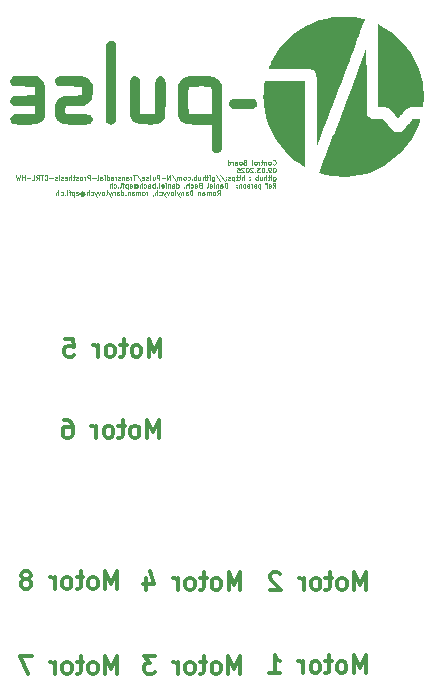
<source format=gbr>
%TF.GenerationSoftware,KiCad,Pcbnew,9.0.0*%
%TF.CreationDate,2025-03-10T21:19:58+01:00*%
%TF.ProjectId,NPulse_v4,4e50756c-7365-45f7-9634-2e6b69636164,rev?*%
%TF.SameCoordinates,Original*%
%TF.FileFunction,Legend,Bot*%
%TF.FilePolarity,Positive*%
%FSLAX46Y46*%
G04 Gerber Fmt 4.6, Leading zero omitted, Abs format (unit mm)*
G04 Created by KiCad (PCBNEW 9.0.0) date 2025-03-10 21:19:58*
%MOMM*%
%LPD*%
G01*
G04 APERTURE LIST*
%ADD10C,0.300000*%
%ADD11C,0.050000*%
%ADD12C,0.000000*%
G04 APERTURE END LIST*
D10*
X175285489Y-123020828D02*
X175285489Y-121520828D01*
X175285489Y-121520828D02*
X174785489Y-122592257D01*
X174785489Y-122592257D02*
X174285489Y-121520828D01*
X174285489Y-121520828D02*
X174285489Y-123020828D01*
X173356917Y-123020828D02*
X173499774Y-122949400D01*
X173499774Y-122949400D02*
X173571203Y-122877971D01*
X173571203Y-122877971D02*
X173642631Y-122735114D01*
X173642631Y-122735114D02*
X173642631Y-122306542D01*
X173642631Y-122306542D02*
X173571203Y-122163685D01*
X173571203Y-122163685D02*
X173499774Y-122092257D01*
X173499774Y-122092257D02*
X173356917Y-122020828D01*
X173356917Y-122020828D02*
X173142631Y-122020828D01*
X173142631Y-122020828D02*
X172999774Y-122092257D01*
X172999774Y-122092257D02*
X172928346Y-122163685D01*
X172928346Y-122163685D02*
X172856917Y-122306542D01*
X172856917Y-122306542D02*
X172856917Y-122735114D01*
X172856917Y-122735114D02*
X172928346Y-122877971D01*
X172928346Y-122877971D02*
X172999774Y-122949400D01*
X172999774Y-122949400D02*
X173142631Y-123020828D01*
X173142631Y-123020828D02*
X173356917Y-123020828D01*
X172428345Y-122020828D02*
X171856917Y-122020828D01*
X172214060Y-121520828D02*
X172214060Y-122806542D01*
X172214060Y-122806542D02*
X172142631Y-122949400D01*
X172142631Y-122949400D02*
X171999774Y-123020828D01*
X171999774Y-123020828D02*
X171856917Y-123020828D01*
X171142631Y-123020828D02*
X171285488Y-122949400D01*
X171285488Y-122949400D02*
X171356917Y-122877971D01*
X171356917Y-122877971D02*
X171428345Y-122735114D01*
X171428345Y-122735114D02*
X171428345Y-122306542D01*
X171428345Y-122306542D02*
X171356917Y-122163685D01*
X171356917Y-122163685D02*
X171285488Y-122092257D01*
X171285488Y-122092257D02*
X171142631Y-122020828D01*
X171142631Y-122020828D02*
X170928345Y-122020828D01*
X170928345Y-122020828D02*
X170785488Y-122092257D01*
X170785488Y-122092257D02*
X170714060Y-122163685D01*
X170714060Y-122163685D02*
X170642631Y-122306542D01*
X170642631Y-122306542D02*
X170642631Y-122735114D01*
X170642631Y-122735114D02*
X170714060Y-122877971D01*
X170714060Y-122877971D02*
X170785488Y-122949400D01*
X170785488Y-122949400D02*
X170928345Y-123020828D01*
X170928345Y-123020828D02*
X171142631Y-123020828D01*
X169999774Y-123020828D02*
X169999774Y-122020828D01*
X169999774Y-122306542D02*
X169928345Y-122163685D01*
X169928345Y-122163685D02*
X169856917Y-122092257D01*
X169856917Y-122092257D02*
X169714059Y-122020828D01*
X169714059Y-122020828D02*
X169571202Y-122020828D01*
X167285489Y-122020828D02*
X167285489Y-123020828D01*
X167642631Y-121449400D02*
X167999774Y-122520828D01*
X167999774Y-122520828D02*
X167071203Y-122520828D01*
X168385489Y-110130828D02*
X168385489Y-108630828D01*
X168385489Y-108630828D02*
X167885489Y-109702257D01*
X167885489Y-109702257D02*
X167385489Y-108630828D01*
X167385489Y-108630828D02*
X167385489Y-110130828D01*
X166456917Y-110130828D02*
X166599774Y-110059400D01*
X166599774Y-110059400D02*
X166671203Y-109987971D01*
X166671203Y-109987971D02*
X166742631Y-109845114D01*
X166742631Y-109845114D02*
X166742631Y-109416542D01*
X166742631Y-109416542D02*
X166671203Y-109273685D01*
X166671203Y-109273685D02*
X166599774Y-109202257D01*
X166599774Y-109202257D02*
X166456917Y-109130828D01*
X166456917Y-109130828D02*
X166242631Y-109130828D01*
X166242631Y-109130828D02*
X166099774Y-109202257D01*
X166099774Y-109202257D02*
X166028346Y-109273685D01*
X166028346Y-109273685D02*
X165956917Y-109416542D01*
X165956917Y-109416542D02*
X165956917Y-109845114D01*
X165956917Y-109845114D02*
X166028346Y-109987971D01*
X166028346Y-109987971D02*
X166099774Y-110059400D01*
X166099774Y-110059400D02*
X166242631Y-110130828D01*
X166242631Y-110130828D02*
X166456917Y-110130828D01*
X165528345Y-109130828D02*
X164956917Y-109130828D01*
X165314060Y-108630828D02*
X165314060Y-109916542D01*
X165314060Y-109916542D02*
X165242631Y-110059400D01*
X165242631Y-110059400D02*
X165099774Y-110130828D01*
X165099774Y-110130828D02*
X164956917Y-110130828D01*
X164242631Y-110130828D02*
X164385488Y-110059400D01*
X164385488Y-110059400D02*
X164456917Y-109987971D01*
X164456917Y-109987971D02*
X164528345Y-109845114D01*
X164528345Y-109845114D02*
X164528345Y-109416542D01*
X164528345Y-109416542D02*
X164456917Y-109273685D01*
X164456917Y-109273685D02*
X164385488Y-109202257D01*
X164385488Y-109202257D02*
X164242631Y-109130828D01*
X164242631Y-109130828D02*
X164028345Y-109130828D01*
X164028345Y-109130828D02*
X163885488Y-109202257D01*
X163885488Y-109202257D02*
X163814060Y-109273685D01*
X163814060Y-109273685D02*
X163742631Y-109416542D01*
X163742631Y-109416542D02*
X163742631Y-109845114D01*
X163742631Y-109845114D02*
X163814060Y-109987971D01*
X163814060Y-109987971D02*
X163885488Y-110059400D01*
X163885488Y-110059400D02*
X164028345Y-110130828D01*
X164028345Y-110130828D02*
X164242631Y-110130828D01*
X163099774Y-110130828D02*
X163099774Y-109130828D01*
X163099774Y-109416542D02*
X163028345Y-109273685D01*
X163028345Y-109273685D02*
X162956917Y-109202257D01*
X162956917Y-109202257D02*
X162814059Y-109130828D01*
X162814059Y-109130828D02*
X162671202Y-109130828D01*
X160385489Y-108630828D02*
X160671203Y-108630828D01*
X160671203Y-108630828D02*
X160814060Y-108702257D01*
X160814060Y-108702257D02*
X160885489Y-108773685D01*
X160885489Y-108773685D02*
X161028346Y-108987971D01*
X161028346Y-108987971D02*
X161099774Y-109273685D01*
X161099774Y-109273685D02*
X161099774Y-109845114D01*
X161099774Y-109845114D02*
X161028346Y-109987971D01*
X161028346Y-109987971D02*
X160956917Y-110059400D01*
X160956917Y-110059400D02*
X160814060Y-110130828D01*
X160814060Y-110130828D02*
X160528346Y-110130828D01*
X160528346Y-110130828D02*
X160385489Y-110059400D01*
X160385489Y-110059400D02*
X160314060Y-109987971D01*
X160314060Y-109987971D02*
X160242631Y-109845114D01*
X160242631Y-109845114D02*
X160242631Y-109487971D01*
X160242631Y-109487971D02*
X160314060Y-109345114D01*
X160314060Y-109345114D02*
X160385489Y-109273685D01*
X160385489Y-109273685D02*
X160528346Y-109202257D01*
X160528346Y-109202257D02*
X160814060Y-109202257D01*
X160814060Y-109202257D02*
X160956917Y-109273685D01*
X160956917Y-109273685D02*
X161028346Y-109345114D01*
X161028346Y-109345114D02*
X161099774Y-109487971D01*
X185925489Y-123020828D02*
X185925489Y-121520828D01*
X185925489Y-121520828D02*
X185425489Y-122592257D01*
X185425489Y-122592257D02*
X184925489Y-121520828D01*
X184925489Y-121520828D02*
X184925489Y-123020828D01*
X183996917Y-123020828D02*
X184139774Y-122949400D01*
X184139774Y-122949400D02*
X184211203Y-122877971D01*
X184211203Y-122877971D02*
X184282631Y-122735114D01*
X184282631Y-122735114D02*
X184282631Y-122306542D01*
X184282631Y-122306542D02*
X184211203Y-122163685D01*
X184211203Y-122163685D02*
X184139774Y-122092257D01*
X184139774Y-122092257D02*
X183996917Y-122020828D01*
X183996917Y-122020828D02*
X183782631Y-122020828D01*
X183782631Y-122020828D02*
X183639774Y-122092257D01*
X183639774Y-122092257D02*
X183568346Y-122163685D01*
X183568346Y-122163685D02*
X183496917Y-122306542D01*
X183496917Y-122306542D02*
X183496917Y-122735114D01*
X183496917Y-122735114D02*
X183568346Y-122877971D01*
X183568346Y-122877971D02*
X183639774Y-122949400D01*
X183639774Y-122949400D02*
X183782631Y-123020828D01*
X183782631Y-123020828D02*
X183996917Y-123020828D01*
X183068345Y-122020828D02*
X182496917Y-122020828D01*
X182854060Y-121520828D02*
X182854060Y-122806542D01*
X182854060Y-122806542D02*
X182782631Y-122949400D01*
X182782631Y-122949400D02*
X182639774Y-123020828D01*
X182639774Y-123020828D02*
X182496917Y-123020828D01*
X181782631Y-123020828D02*
X181925488Y-122949400D01*
X181925488Y-122949400D02*
X181996917Y-122877971D01*
X181996917Y-122877971D02*
X182068345Y-122735114D01*
X182068345Y-122735114D02*
X182068345Y-122306542D01*
X182068345Y-122306542D02*
X181996917Y-122163685D01*
X181996917Y-122163685D02*
X181925488Y-122092257D01*
X181925488Y-122092257D02*
X181782631Y-122020828D01*
X181782631Y-122020828D02*
X181568345Y-122020828D01*
X181568345Y-122020828D02*
X181425488Y-122092257D01*
X181425488Y-122092257D02*
X181354060Y-122163685D01*
X181354060Y-122163685D02*
X181282631Y-122306542D01*
X181282631Y-122306542D02*
X181282631Y-122735114D01*
X181282631Y-122735114D02*
X181354060Y-122877971D01*
X181354060Y-122877971D02*
X181425488Y-122949400D01*
X181425488Y-122949400D02*
X181568345Y-123020828D01*
X181568345Y-123020828D02*
X181782631Y-123020828D01*
X180639774Y-123020828D02*
X180639774Y-122020828D01*
X180639774Y-122306542D02*
X180568345Y-122163685D01*
X180568345Y-122163685D02*
X180496917Y-122092257D01*
X180496917Y-122092257D02*
X180354059Y-122020828D01*
X180354059Y-122020828D02*
X180211202Y-122020828D01*
X178639774Y-121663685D02*
X178568346Y-121592257D01*
X178568346Y-121592257D02*
X178425489Y-121520828D01*
X178425489Y-121520828D02*
X178068346Y-121520828D01*
X178068346Y-121520828D02*
X177925489Y-121592257D01*
X177925489Y-121592257D02*
X177854060Y-121663685D01*
X177854060Y-121663685D02*
X177782631Y-121806542D01*
X177782631Y-121806542D02*
X177782631Y-121949400D01*
X177782631Y-121949400D02*
X177854060Y-122163685D01*
X177854060Y-122163685D02*
X178711203Y-123020828D01*
X178711203Y-123020828D02*
X177782631Y-123020828D01*
D11*
X178023296Y-86994440D02*
X178042344Y-87013488D01*
X178042344Y-87013488D02*
X178099486Y-87032535D01*
X178099486Y-87032535D02*
X178137582Y-87032535D01*
X178137582Y-87032535D02*
X178194725Y-87013488D01*
X178194725Y-87013488D02*
X178232820Y-86975392D01*
X178232820Y-86975392D02*
X178251867Y-86937297D01*
X178251867Y-86937297D02*
X178270915Y-86861107D01*
X178270915Y-86861107D02*
X178270915Y-86803964D01*
X178270915Y-86803964D02*
X178251867Y-86727773D01*
X178251867Y-86727773D02*
X178232820Y-86689678D01*
X178232820Y-86689678D02*
X178194725Y-86651583D01*
X178194725Y-86651583D02*
X178137582Y-86632535D01*
X178137582Y-86632535D02*
X178099486Y-86632535D01*
X178099486Y-86632535D02*
X178042344Y-86651583D01*
X178042344Y-86651583D02*
X178023296Y-86670630D01*
X177794725Y-87032535D02*
X177832820Y-87013488D01*
X177832820Y-87013488D02*
X177851867Y-86994440D01*
X177851867Y-86994440D02*
X177870915Y-86956345D01*
X177870915Y-86956345D02*
X177870915Y-86842059D01*
X177870915Y-86842059D02*
X177851867Y-86803964D01*
X177851867Y-86803964D02*
X177832820Y-86784916D01*
X177832820Y-86784916D02*
X177794725Y-86765868D01*
X177794725Y-86765868D02*
X177737582Y-86765868D01*
X177737582Y-86765868D02*
X177699486Y-86784916D01*
X177699486Y-86784916D02*
X177680439Y-86803964D01*
X177680439Y-86803964D02*
X177661391Y-86842059D01*
X177661391Y-86842059D02*
X177661391Y-86956345D01*
X177661391Y-86956345D02*
X177680439Y-86994440D01*
X177680439Y-86994440D02*
X177699486Y-87013488D01*
X177699486Y-87013488D02*
X177737582Y-87032535D01*
X177737582Y-87032535D02*
X177794725Y-87032535D01*
X177489962Y-86765868D02*
X177489962Y-87032535D01*
X177489962Y-86803964D02*
X177470915Y-86784916D01*
X177470915Y-86784916D02*
X177432820Y-86765868D01*
X177432820Y-86765868D02*
X177375677Y-86765868D01*
X177375677Y-86765868D02*
X177337581Y-86784916D01*
X177337581Y-86784916D02*
X177318534Y-86823011D01*
X177318534Y-86823011D02*
X177318534Y-87032535D01*
X177185200Y-86765868D02*
X177032819Y-86765868D01*
X177128057Y-86632535D02*
X177128057Y-86975392D01*
X177128057Y-86975392D02*
X177109010Y-87013488D01*
X177109010Y-87013488D02*
X177070915Y-87032535D01*
X177070915Y-87032535D02*
X177032819Y-87032535D01*
X176899486Y-87032535D02*
X176899486Y-86765868D01*
X176899486Y-86842059D02*
X176880439Y-86803964D01*
X176880439Y-86803964D02*
X176861391Y-86784916D01*
X176861391Y-86784916D02*
X176823296Y-86765868D01*
X176823296Y-86765868D02*
X176785201Y-86765868D01*
X176594725Y-87032535D02*
X176632820Y-87013488D01*
X176632820Y-87013488D02*
X176651867Y-86994440D01*
X176651867Y-86994440D02*
X176670915Y-86956345D01*
X176670915Y-86956345D02*
X176670915Y-86842059D01*
X176670915Y-86842059D02*
X176651867Y-86803964D01*
X176651867Y-86803964D02*
X176632820Y-86784916D01*
X176632820Y-86784916D02*
X176594725Y-86765868D01*
X176594725Y-86765868D02*
X176537582Y-86765868D01*
X176537582Y-86765868D02*
X176499486Y-86784916D01*
X176499486Y-86784916D02*
X176480439Y-86803964D01*
X176480439Y-86803964D02*
X176461391Y-86842059D01*
X176461391Y-86842059D02*
X176461391Y-86956345D01*
X176461391Y-86956345D02*
X176480439Y-86994440D01*
X176480439Y-86994440D02*
X176499486Y-87013488D01*
X176499486Y-87013488D02*
X176537582Y-87032535D01*
X176537582Y-87032535D02*
X176594725Y-87032535D01*
X176232820Y-87032535D02*
X176270915Y-87013488D01*
X176270915Y-87013488D02*
X176289962Y-86975392D01*
X176289962Y-86975392D02*
X176289962Y-86632535D01*
X175642343Y-86823011D02*
X175585200Y-86842059D01*
X175585200Y-86842059D02*
X175566153Y-86861107D01*
X175566153Y-86861107D02*
X175547105Y-86899202D01*
X175547105Y-86899202D02*
X175547105Y-86956345D01*
X175547105Y-86956345D02*
X175566153Y-86994440D01*
X175566153Y-86994440D02*
X175585200Y-87013488D01*
X175585200Y-87013488D02*
X175623295Y-87032535D01*
X175623295Y-87032535D02*
X175775676Y-87032535D01*
X175775676Y-87032535D02*
X175775676Y-86632535D01*
X175775676Y-86632535D02*
X175642343Y-86632535D01*
X175642343Y-86632535D02*
X175604248Y-86651583D01*
X175604248Y-86651583D02*
X175585200Y-86670630D01*
X175585200Y-86670630D02*
X175566153Y-86708726D01*
X175566153Y-86708726D02*
X175566153Y-86746821D01*
X175566153Y-86746821D02*
X175585200Y-86784916D01*
X175585200Y-86784916D02*
X175604248Y-86803964D01*
X175604248Y-86803964D02*
X175642343Y-86823011D01*
X175642343Y-86823011D02*
X175775676Y-86823011D01*
X175318534Y-87032535D02*
X175356629Y-87013488D01*
X175356629Y-87013488D02*
X175375676Y-86994440D01*
X175375676Y-86994440D02*
X175394724Y-86956345D01*
X175394724Y-86956345D02*
X175394724Y-86842059D01*
X175394724Y-86842059D02*
X175375676Y-86803964D01*
X175375676Y-86803964D02*
X175356629Y-86784916D01*
X175356629Y-86784916D02*
X175318534Y-86765868D01*
X175318534Y-86765868D02*
X175261391Y-86765868D01*
X175261391Y-86765868D02*
X175223295Y-86784916D01*
X175223295Y-86784916D02*
X175204248Y-86803964D01*
X175204248Y-86803964D02*
X175185200Y-86842059D01*
X175185200Y-86842059D02*
X175185200Y-86956345D01*
X175185200Y-86956345D02*
X175204248Y-86994440D01*
X175204248Y-86994440D02*
X175223295Y-87013488D01*
X175223295Y-87013488D02*
X175261391Y-87032535D01*
X175261391Y-87032535D02*
X175318534Y-87032535D01*
X174842343Y-87032535D02*
X174842343Y-86823011D01*
X174842343Y-86823011D02*
X174861390Y-86784916D01*
X174861390Y-86784916D02*
X174899486Y-86765868D01*
X174899486Y-86765868D02*
X174975676Y-86765868D01*
X174975676Y-86765868D02*
X175013771Y-86784916D01*
X174842343Y-87013488D02*
X174880438Y-87032535D01*
X174880438Y-87032535D02*
X174975676Y-87032535D01*
X174975676Y-87032535D02*
X175013771Y-87013488D01*
X175013771Y-87013488D02*
X175032819Y-86975392D01*
X175032819Y-86975392D02*
X175032819Y-86937297D01*
X175032819Y-86937297D02*
X175013771Y-86899202D01*
X175013771Y-86899202D02*
X174975676Y-86880154D01*
X174975676Y-86880154D02*
X174880438Y-86880154D01*
X174880438Y-86880154D02*
X174842343Y-86861107D01*
X174651866Y-87032535D02*
X174651866Y-86765868D01*
X174651866Y-86842059D02*
X174632819Y-86803964D01*
X174632819Y-86803964D02*
X174613771Y-86784916D01*
X174613771Y-86784916D02*
X174575676Y-86765868D01*
X174575676Y-86765868D02*
X174537581Y-86765868D01*
X174232819Y-87032535D02*
X174232819Y-86632535D01*
X174232819Y-87013488D02*
X174270914Y-87032535D01*
X174270914Y-87032535D02*
X174347105Y-87032535D01*
X174347105Y-87032535D02*
X174385200Y-87013488D01*
X174385200Y-87013488D02*
X174404247Y-86994440D01*
X174404247Y-86994440D02*
X174423295Y-86956345D01*
X174423295Y-86956345D02*
X174423295Y-86842059D01*
X174423295Y-86842059D02*
X174404247Y-86803964D01*
X174404247Y-86803964D02*
X174385200Y-86784916D01*
X174385200Y-86784916D02*
X174347105Y-86765868D01*
X174347105Y-86765868D02*
X174270914Y-86765868D01*
X174270914Y-86765868D02*
X174232819Y-86784916D01*
X178175677Y-87276513D02*
X178137582Y-87276513D01*
X178137582Y-87276513D02*
X178099486Y-87295561D01*
X178099486Y-87295561D02*
X178080439Y-87314608D01*
X178080439Y-87314608D02*
X178061391Y-87352704D01*
X178061391Y-87352704D02*
X178042344Y-87428894D01*
X178042344Y-87428894D02*
X178042344Y-87524132D01*
X178042344Y-87524132D02*
X178061391Y-87600323D01*
X178061391Y-87600323D02*
X178080439Y-87638418D01*
X178080439Y-87638418D02*
X178099486Y-87657466D01*
X178099486Y-87657466D02*
X178137582Y-87676513D01*
X178137582Y-87676513D02*
X178175677Y-87676513D01*
X178175677Y-87676513D02*
X178213772Y-87657466D01*
X178213772Y-87657466D02*
X178232820Y-87638418D01*
X178232820Y-87638418D02*
X178251867Y-87600323D01*
X178251867Y-87600323D02*
X178270915Y-87524132D01*
X178270915Y-87524132D02*
X178270915Y-87428894D01*
X178270915Y-87428894D02*
X178251867Y-87352704D01*
X178251867Y-87352704D02*
X178232820Y-87314608D01*
X178232820Y-87314608D02*
X178213772Y-87295561D01*
X178213772Y-87295561D02*
X178175677Y-87276513D01*
X177851868Y-87676513D02*
X177775677Y-87676513D01*
X177775677Y-87676513D02*
X177737582Y-87657466D01*
X177737582Y-87657466D02*
X177718534Y-87638418D01*
X177718534Y-87638418D02*
X177680439Y-87581275D01*
X177680439Y-87581275D02*
X177661392Y-87505085D01*
X177661392Y-87505085D02*
X177661392Y-87352704D01*
X177661392Y-87352704D02*
X177680439Y-87314608D01*
X177680439Y-87314608D02*
X177699487Y-87295561D01*
X177699487Y-87295561D02*
X177737582Y-87276513D01*
X177737582Y-87276513D02*
X177813773Y-87276513D01*
X177813773Y-87276513D02*
X177851868Y-87295561D01*
X177851868Y-87295561D02*
X177870915Y-87314608D01*
X177870915Y-87314608D02*
X177889963Y-87352704D01*
X177889963Y-87352704D02*
X177889963Y-87447942D01*
X177889963Y-87447942D02*
X177870915Y-87486037D01*
X177870915Y-87486037D02*
X177851868Y-87505085D01*
X177851868Y-87505085D02*
X177813773Y-87524132D01*
X177813773Y-87524132D02*
X177737582Y-87524132D01*
X177737582Y-87524132D02*
X177699487Y-87505085D01*
X177699487Y-87505085D02*
X177680439Y-87486037D01*
X177680439Y-87486037D02*
X177661392Y-87447942D01*
X177489963Y-87638418D02*
X177470916Y-87657466D01*
X177470916Y-87657466D02*
X177489963Y-87676513D01*
X177489963Y-87676513D02*
X177509011Y-87657466D01*
X177509011Y-87657466D02*
X177489963Y-87638418D01*
X177489963Y-87638418D02*
X177489963Y-87676513D01*
X177223297Y-87276513D02*
X177185202Y-87276513D01*
X177185202Y-87276513D02*
X177147106Y-87295561D01*
X177147106Y-87295561D02*
X177128059Y-87314608D01*
X177128059Y-87314608D02*
X177109011Y-87352704D01*
X177109011Y-87352704D02*
X177089964Y-87428894D01*
X177089964Y-87428894D02*
X177089964Y-87524132D01*
X177089964Y-87524132D02*
X177109011Y-87600323D01*
X177109011Y-87600323D02*
X177128059Y-87638418D01*
X177128059Y-87638418D02*
X177147106Y-87657466D01*
X177147106Y-87657466D02*
X177185202Y-87676513D01*
X177185202Y-87676513D02*
X177223297Y-87676513D01*
X177223297Y-87676513D02*
X177261392Y-87657466D01*
X177261392Y-87657466D02*
X177280440Y-87638418D01*
X177280440Y-87638418D02*
X177299487Y-87600323D01*
X177299487Y-87600323D02*
X177318535Y-87524132D01*
X177318535Y-87524132D02*
X177318535Y-87428894D01*
X177318535Y-87428894D02*
X177299487Y-87352704D01*
X177299487Y-87352704D02*
X177280440Y-87314608D01*
X177280440Y-87314608D02*
X177261392Y-87295561D01*
X177261392Y-87295561D02*
X177223297Y-87276513D01*
X176956631Y-87276513D02*
X176709012Y-87276513D01*
X176709012Y-87276513D02*
X176842345Y-87428894D01*
X176842345Y-87428894D02*
X176785202Y-87428894D01*
X176785202Y-87428894D02*
X176747107Y-87447942D01*
X176747107Y-87447942D02*
X176728059Y-87466989D01*
X176728059Y-87466989D02*
X176709012Y-87505085D01*
X176709012Y-87505085D02*
X176709012Y-87600323D01*
X176709012Y-87600323D02*
X176728059Y-87638418D01*
X176728059Y-87638418D02*
X176747107Y-87657466D01*
X176747107Y-87657466D02*
X176785202Y-87676513D01*
X176785202Y-87676513D02*
X176899488Y-87676513D01*
X176899488Y-87676513D02*
X176937583Y-87657466D01*
X176937583Y-87657466D02*
X176956631Y-87638418D01*
X176537583Y-87638418D02*
X176518536Y-87657466D01*
X176518536Y-87657466D02*
X176537583Y-87676513D01*
X176537583Y-87676513D02*
X176556631Y-87657466D01*
X176556631Y-87657466D02*
X176537583Y-87638418D01*
X176537583Y-87638418D02*
X176537583Y-87676513D01*
X176366155Y-87314608D02*
X176347107Y-87295561D01*
X176347107Y-87295561D02*
X176309012Y-87276513D01*
X176309012Y-87276513D02*
X176213774Y-87276513D01*
X176213774Y-87276513D02*
X176175679Y-87295561D01*
X176175679Y-87295561D02*
X176156631Y-87314608D01*
X176156631Y-87314608D02*
X176137584Y-87352704D01*
X176137584Y-87352704D02*
X176137584Y-87390799D01*
X176137584Y-87390799D02*
X176156631Y-87447942D01*
X176156631Y-87447942D02*
X176385203Y-87676513D01*
X176385203Y-87676513D02*
X176137584Y-87676513D01*
X175889965Y-87276513D02*
X175851870Y-87276513D01*
X175851870Y-87276513D02*
X175813774Y-87295561D01*
X175813774Y-87295561D02*
X175794727Y-87314608D01*
X175794727Y-87314608D02*
X175775679Y-87352704D01*
X175775679Y-87352704D02*
X175756632Y-87428894D01*
X175756632Y-87428894D02*
X175756632Y-87524132D01*
X175756632Y-87524132D02*
X175775679Y-87600323D01*
X175775679Y-87600323D02*
X175794727Y-87638418D01*
X175794727Y-87638418D02*
X175813774Y-87657466D01*
X175813774Y-87657466D02*
X175851870Y-87676513D01*
X175851870Y-87676513D02*
X175889965Y-87676513D01*
X175889965Y-87676513D02*
X175928060Y-87657466D01*
X175928060Y-87657466D02*
X175947108Y-87638418D01*
X175947108Y-87638418D02*
X175966155Y-87600323D01*
X175966155Y-87600323D02*
X175985203Y-87524132D01*
X175985203Y-87524132D02*
X175985203Y-87428894D01*
X175985203Y-87428894D02*
X175966155Y-87352704D01*
X175966155Y-87352704D02*
X175947108Y-87314608D01*
X175947108Y-87314608D02*
X175928060Y-87295561D01*
X175928060Y-87295561D02*
X175889965Y-87276513D01*
X175604251Y-87314608D02*
X175585203Y-87295561D01*
X175585203Y-87295561D02*
X175547108Y-87276513D01*
X175547108Y-87276513D02*
X175451870Y-87276513D01*
X175451870Y-87276513D02*
X175413775Y-87295561D01*
X175413775Y-87295561D02*
X175394727Y-87314608D01*
X175394727Y-87314608D02*
X175375680Y-87352704D01*
X175375680Y-87352704D02*
X175375680Y-87390799D01*
X175375680Y-87390799D02*
X175394727Y-87447942D01*
X175394727Y-87447942D02*
X175623299Y-87676513D01*
X175623299Y-87676513D02*
X175375680Y-87676513D01*
X175013775Y-87276513D02*
X175204251Y-87276513D01*
X175204251Y-87276513D02*
X175223299Y-87466989D01*
X175223299Y-87466989D02*
X175204251Y-87447942D01*
X175204251Y-87447942D02*
X175166156Y-87428894D01*
X175166156Y-87428894D02*
X175070918Y-87428894D01*
X175070918Y-87428894D02*
X175032823Y-87447942D01*
X175032823Y-87447942D02*
X175013775Y-87466989D01*
X175013775Y-87466989D02*
X174994728Y-87505085D01*
X174994728Y-87505085D02*
X174994728Y-87600323D01*
X174994728Y-87600323D02*
X175013775Y-87638418D01*
X175013775Y-87638418D02*
X175032823Y-87657466D01*
X175032823Y-87657466D02*
X175070918Y-87676513D01*
X175070918Y-87676513D02*
X175166156Y-87676513D01*
X175166156Y-87676513D02*
X175204251Y-87657466D01*
X175204251Y-87657466D02*
X175223299Y-87638418D01*
X178080439Y-88053824D02*
X178080439Y-88377634D01*
X178080439Y-88377634D02*
X178099486Y-88415729D01*
X178099486Y-88415729D02*
X178118534Y-88434777D01*
X178118534Y-88434777D02*
X178156629Y-88453824D01*
X178156629Y-88453824D02*
X178213772Y-88453824D01*
X178213772Y-88453824D02*
X178251867Y-88434777D01*
X178080439Y-88301444D02*
X178118534Y-88320491D01*
X178118534Y-88320491D02*
X178194725Y-88320491D01*
X178194725Y-88320491D02*
X178232820Y-88301444D01*
X178232820Y-88301444D02*
X178251867Y-88282396D01*
X178251867Y-88282396D02*
X178270915Y-88244301D01*
X178270915Y-88244301D02*
X178270915Y-88130015D01*
X178270915Y-88130015D02*
X178251867Y-88091920D01*
X178251867Y-88091920D02*
X178232820Y-88072872D01*
X178232820Y-88072872D02*
X178194725Y-88053824D01*
X178194725Y-88053824D02*
X178118534Y-88053824D01*
X178118534Y-88053824D02*
X178080439Y-88072872D01*
X177889962Y-88320491D02*
X177889962Y-88053824D01*
X177889962Y-87920491D02*
X177909010Y-87939539D01*
X177909010Y-87939539D02*
X177889962Y-87958586D01*
X177889962Y-87958586D02*
X177870915Y-87939539D01*
X177870915Y-87939539D02*
X177889962Y-87920491D01*
X177889962Y-87920491D02*
X177889962Y-87958586D01*
X177756629Y-88053824D02*
X177604248Y-88053824D01*
X177699486Y-87920491D02*
X177699486Y-88263348D01*
X177699486Y-88263348D02*
X177680439Y-88301444D01*
X177680439Y-88301444D02*
X177642344Y-88320491D01*
X177642344Y-88320491D02*
X177604248Y-88320491D01*
X177470915Y-88320491D02*
X177470915Y-87920491D01*
X177299487Y-88320491D02*
X177299487Y-88110967D01*
X177299487Y-88110967D02*
X177318534Y-88072872D01*
X177318534Y-88072872D02*
X177356630Y-88053824D01*
X177356630Y-88053824D02*
X177413773Y-88053824D01*
X177413773Y-88053824D02*
X177451868Y-88072872D01*
X177451868Y-88072872D02*
X177470915Y-88091920D01*
X176937582Y-88053824D02*
X176937582Y-88320491D01*
X177109010Y-88053824D02*
X177109010Y-88263348D01*
X177109010Y-88263348D02*
X177089963Y-88301444D01*
X177089963Y-88301444D02*
X177051868Y-88320491D01*
X177051868Y-88320491D02*
X176994725Y-88320491D01*
X176994725Y-88320491D02*
X176956629Y-88301444D01*
X176956629Y-88301444D02*
X176937582Y-88282396D01*
X176747105Y-88320491D02*
X176747105Y-87920491D01*
X176747105Y-88072872D02*
X176709010Y-88053824D01*
X176709010Y-88053824D02*
X176632820Y-88053824D01*
X176632820Y-88053824D02*
X176594724Y-88072872D01*
X176594724Y-88072872D02*
X176575677Y-88091920D01*
X176575677Y-88091920D02*
X176556629Y-88130015D01*
X176556629Y-88130015D02*
X176556629Y-88244301D01*
X176556629Y-88244301D02*
X176575677Y-88282396D01*
X176575677Y-88282396D02*
X176594724Y-88301444D01*
X176594724Y-88301444D02*
X176632820Y-88320491D01*
X176632820Y-88320491D02*
X176709010Y-88320491D01*
X176709010Y-88320491D02*
X176747105Y-88301444D01*
X176080438Y-88282396D02*
X176061391Y-88301444D01*
X176061391Y-88301444D02*
X176080438Y-88320491D01*
X176080438Y-88320491D02*
X176099486Y-88301444D01*
X176099486Y-88301444D02*
X176080438Y-88282396D01*
X176080438Y-88282396D02*
X176080438Y-88320491D01*
X176080438Y-88072872D02*
X176061391Y-88091920D01*
X176061391Y-88091920D02*
X176080438Y-88110967D01*
X176080438Y-88110967D02*
X176099486Y-88091920D01*
X176099486Y-88091920D02*
X176080438Y-88072872D01*
X176080438Y-88072872D02*
X176080438Y-88110967D01*
X175585200Y-88320491D02*
X175585200Y-87920491D01*
X175413772Y-88320491D02*
X175413772Y-88110967D01*
X175413772Y-88110967D02*
X175432819Y-88072872D01*
X175432819Y-88072872D02*
X175470915Y-88053824D01*
X175470915Y-88053824D02*
X175528058Y-88053824D01*
X175528058Y-88053824D02*
X175566153Y-88072872D01*
X175566153Y-88072872D02*
X175585200Y-88091920D01*
X175280438Y-88053824D02*
X175128057Y-88053824D01*
X175223295Y-87920491D02*
X175223295Y-88263348D01*
X175223295Y-88263348D02*
X175204248Y-88301444D01*
X175204248Y-88301444D02*
X175166153Y-88320491D01*
X175166153Y-88320491D02*
X175128057Y-88320491D01*
X175051867Y-88053824D02*
X174899486Y-88053824D01*
X174994724Y-87920491D02*
X174994724Y-88263348D01*
X174994724Y-88263348D02*
X174975677Y-88301444D01*
X174975677Y-88301444D02*
X174937582Y-88320491D01*
X174937582Y-88320491D02*
X174899486Y-88320491D01*
X174766153Y-88053824D02*
X174766153Y-88453824D01*
X174766153Y-88072872D02*
X174728058Y-88053824D01*
X174728058Y-88053824D02*
X174651868Y-88053824D01*
X174651868Y-88053824D02*
X174613772Y-88072872D01*
X174613772Y-88072872D02*
X174594725Y-88091920D01*
X174594725Y-88091920D02*
X174575677Y-88130015D01*
X174575677Y-88130015D02*
X174575677Y-88244301D01*
X174575677Y-88244301D02*
X174594725Y-88282396D01*
X174594725Y-88282396D02*
X174613772Y-88301444D01*
X174613772Y-88301444D02*
X174651868Y-88320491D01*
X174651868Y-88320491D02*
X174728058Y-88320491D01*
X174728058Y-88320491D02*
X174766153Y-88301444D01*
X174423296Y-88301444D02*
X174385201Y-88320491D01*
X174385201Y-88320491D02*
X174309010Y-88320491D01*
X174309010Y-88320491D02*
X174270915Y-88301444D01*
X174270915Y-88301444D02*
X174251867Y-88263348D01*
X174251867Y-88263348D02*
X174251867Y-88244301D01*
X174251867Y-88244301D02*
X174270915Y-88206205D01*
X174270915Y-88206205D02*
X174309010Y-88187158D01*
X174309010Y-88187158D02*
X174366153Y-88187158D01*
X174366153Y-88187158D02*
X174404248Y-88168110D01*
X174404248Y-88168110D02*
X174423296Y-88130015D01*
X174423296Y-88130015D02*
X174423296Y-88110967D01*
X174423296Y-88110967D02*
X174404248Y-88072872D01*
X174404248Y-88072872D02*
X174366153Y-88053824D01*
X174366153Y-88053824D02*
X174309010Y-88053824D01*
X174309010Y-88053824D02*
X174270915Y-88072872D01*
X174080438Y-88282396D02*
X174061391Y-88301444D01*
X174061391Y-88301444D02*
X174080438Y-88320491D01*
X174080438Y-88320491D02*
X174099486Y-88301444D01*
X174099486Y-88301444D02*
X174080438Y-88282396D01*
X174080438Y-88282396D02*
X174080438Y-88320491D01*
X174080438Y-88072872D02*
X174061391Y-88091920D01*
X174061391Y-88091920D02*
X174080438Y-88110967D01*
X174080438Y-88110967D02*
X174099486Y-88091920D01*
X174099486Y-88091920D02*
X174080438Y-88072872D01*
X174080438Y-88072872D02*
X174080438Y-88110967D01*
X173604248Y-87901444D02*
X173947105Y-88415729D01*
X173185200Y-87901444D02*
X173528057Y-88415729D01*
X172880438Y-88053824D02*
X172880438Y-88377634D01*
X172880438Y-88377634D02*
X172899485Y-88415729D01*
X172899485Y-88415729D02*
X172918533Y-88434777D01*
X172918533Y-88434777D02*
X172956628Y-88453824D01*
X172956628Y-88453824D02*
X173013771Y-88453824D01*
X173013771Y-88453824D02*
X173051866Y-88434777D01*
X172880438Y-88301444D02*
X172918533Y-88320491D01*
X172918533Y-88320491D02*
X172994724Y-88320491D01*
X172994724Y-88320491D02*
X173032819Y-88301444D01*
X173032819Y-88301444D02*
X173051866Y-88282396D01*
X173051866Y-88282396D02*
X173070914Y-88244301D01*
X173070914Y-88244301D02*
X173070914Y-88130015D01*
X173070914Y-88130015D02*
X173051866Y-88091920D01*
X173051866Y-88091920D02*
X173032819Y-88072872D01*
X173032819Y-88072872D02*
X172994724Y-88053824D01*
X172994724Y-88053824D02*
X172918533Y-88053824D01*
X172918533Y-88053824D02*
X172880438Y-88072872D01*
X172689961Y-88320491D02*
X172689961Y-88053824D01*
X172689961Y-87920491D02*
X172709009Y-87939539D01*
X172709009Y-87939539D02*
X172689961Y-87958586D01*
X172689961Y-87958586D02*
X172670914Y-87939539D01*
X172670914Y-87939539D02*
X172689961Y-87920491D01*
X172689961Y-87920491D02*
X172689961Y-87958586D01*
X172556628Y-88053824D02*
X172404247Y-88053824D01*
X172499485Y-87920491D02*
X172499485Y-88263348D01*
X172499485Y-88263348D02*
X172480438Y-88301444D01*
X172480438Y-88301444D02*
X172442343Y-88320491D01*
X172442343Y-88320491D02*
X172404247Y-88320491D01*
X172270914Y-88320491D02*
X172270914Y-87920491D01*
X172099486Y-88320491D02*
X172099486Y-88110967D01*
X172099486Y-88110967D02*
X172118533Y-88072872D01*
X172118533Y-88072872D02*
X172156629Y-88053824D01*
X172156629Y-88053824D02*
X172213772Y-88053824D01*
X172213772Y-88053824D02*
X172251867Y-88072872D01*
X172251867Y-88072872D02*
X172270914Y-88091920D01*
X171737581Y-88053824D02*
X171737581Y-88320491D01*
X171909009Y-88053824D02*
X171909009Y-88263348D01*
X171909009Y-88263348D02*
X171889962Y-88301444D01*
X171889962Y-88301444D02*
X171851867Y-88320491D01*
X171851867Y-88320491D02*
X171794724Y-88320491D01*
X171794724Y-88320491D02*
X171756628Y-88301444D01*
X171756628Y-88301444D02*
X171737581Y-88282396D01*
X171547104Y-88320491D02*
X171547104Y-87920491D01*
X171547104Y-88072872D02*
X171509009Y-88053824D01*
X171509009Y-88053824D02*
X171432819Y-88053824D01*
X171432819Y-88053824D02*
X171394723Y-88072872D01*
X171394723Y-88072872D02*
X171375676Y-88091920D01*
X171375676Y-88091920D02*
X171356628Y-88130015D01*
X171356628Y-88130015D02*
X171356628Y-88244301D01*
X171356628Y-88244301D02*
X171375676Y-88282396D01*
X171375676Y-88282396D02*
X171394723Y-88301444D01*
X171394723Y-88301444D02*
X171432819Y-88320491D01*
X171432819Y-88320491D02*
X171509009Y-88320491D01*
X171509009Y-88320491D02*
X171547104Y-88301444D01*
X171185199Y-88282396D02*
X171166152Y-88301444D01*
X171166152Y-88301444D02*
X171185199Y-88320491D01*
X171185199Y-88320491D02*
X171204247Y-88301444D01*
X171204247Y-88301444D02*
X171185199Y-88282396D01*
X171185199Y-88282396D02*
X171185199Y-88320491D01*
X170823295Y-88301444D02*
X170861390Y-88320491D01*
X170861390Y-88320491D02*
X170937581Y-88320491D01*
X170937581Y-88320491D02*
X170975676Y-88301444D01*
X170975676Y-88301444D02*
X170994723Y-88282396D01*
X170994723Y-88282396D02*
X171013771Y-88244301D01*
X171013771Y-88244301D02*
X171013771Y-88130015D01*
X171013771Y-88130015D02*
X170994723Y-88091920D01*
X170994723Y-88091920D02*
X170975676Y-88072872D01*
X170975676Y-88072872D02*
X170937581Y-88053824D01*
X170937581Y-88053824D02*
X170861390Y-88053824D01*
X170861390Y-88053824D02*
X170823295Y-88072872D01*
X170594724Y-88320491D02*
X170632819Y-88301444D01*
X170632819Y-88301444D02*
X170651866Y-88282396D01*
X170651866Y-88282396D02*
X170670914Y-88244301D01*
X170670914Y-88244301D02*
X170670914Y-88130015D01*
X170670914Y-88130015D02*
X170651866Y-88091920D01*
X170651866Y-88091920D02*
X170632819Y-88072872D01*
X170632819Y-88072872D02*
X170594724Y-88053824D01*
X170594724Y-88053824D02*
X170537581Y-88053824D01*
X170537581Y-88053824D02*
X170499485Y-88072872D01*
X170499485Y-88072872D02*
X170480438Y-88091920D01*
X170480438Y-88091920D02*
X170461390Y-88130015D01*
X170461390Y-88130015D02*
X170461390Y-88244301D01*
X170461390Y-88244301D02*
X170480438Y-88282396D01*
X170480438Y-88282396D02*
X170499485Y-88301444D01*
X170499485Y-88301444D02*
X170537581Y-88320491D01*
X170537581Y-88320491D02*
X170594724Y-88320491D01*
X170289961Y-88320491D02*
X170289961Y-88053824D01*
X170289961Y-88091920D02*
X170270914Y-88072872D01*
X170270914Y-88072872D02*
X170232819Y-88053824D01*
X170232819Y-88053824D02*
X170175676Y-88053824D01*
X170175676Y-88053824D02*
X170137580Y-88072872D01*
X170137580Y-88072872D02*
X170118533Y-88110967D01*
X170118533Y-88110967D02*
X170118533Y-88320491D01*
X170118533Y-88110967D02*
X170099485Y-88072872D01*
X170099485Y-88072872D02*
X170061390Y-88053824D01*
X170061390Y-88053824D02*
X170004247Y-88053824D01*
X170004247Y-88053824D02*
X169966152Y-88072872D01*
X169966152Y-88072872D02*
X169947104Y-88110967D01*
X169947104Y-88110967D02*
X169947104Y-88320491D01*
X169470914Y-87901444D02*
X169813771Y-88415729D01*
X169337580Y-88320491D02*
X169337580Y-87920491D01*
X169337580Y-87920491D02*
X169109009Y-88320491D01*
X169109009Y-88320491D02*
X169109009Y-87920491D01*
X168918532Y-88168110D02*
X168613771Y-88168110D01*
X168423294Y-88320491D02*
X168423294Y-87920491D01*
X168423294Y-87920491D02*
X168270913Y-87920491D01*
X168270913Y-87920491D02*
X168232818Y-87939539D01*
X168232818Y-87939539D02*
X168213771Y-87958586D01*
X168213771Y-87958586D02*
X168194723Y-87996682D01*
X168194723Y-87996682D02*
X168194723Y-88053824D01*
X168194723Y-88053824D02*
X168213771Y-88091920D01*
X168213771Y-88091920D02*
X168232818Y-88110967D01*
X168232818Y-88110967D02*
X168270913Y-88130015D01*
X168270913Y-88130015D02*
X168423294Y-88130015D01*
X167851866Y-88053824D02*
X167851866Y-88320491D01*
X168023294Y-88053824D02*
X168023294Y-88263348D01*
X168023294Y-88263348D02*
X168004247Y-88301444D01*
X168004247Y-88301444D02*
X167966152Y-88320491D01*
X167966152Y-88320491D02*
X167909009Y-88320491D01*
X167909009Y-88320491D02*
X167870913Y-88301444D01*
X167870913Y-88301444D02*
X167851866Y-88282396D01*
X167604247Y-88320491D02*
X167642342Y-88301444D01*
X167642342Y-88301444D02*
X167661389Y-88263348D01*
X167661389Y-88263348D02*
X167661389Y-87920491D01*
X167470913Y-88301444D02*
X167432818Y-88320491D01*
X167432818Y-88320491D02*
X167356627Y-88320491D01*
X167356627Y-88320491D02*
X167318532Y-88301444D01*
X167318532Y-88301444D02*
X167299484Y-88263348D01*
X167299484Y-88263348D02*
X167299484Y-88244301D01*
X167299484Y-88244301D02*
X167318532Y-88206205D01*
X167318532Y-88206205D02*
X167356627Y-88187158D01*
X167356627Y-88187158D02*
X167413770Y-88187158D01*
X167413770Y-88187158D02*
X167451865Y-88168110D01*
X167451865Y-88168110D02*
X167470913Y-88130015D01*
X167470913Y-88130015D02*
X167470913Y-88110967D01*
X167470913Y-88110967D02*
X167451865Y-88072872D01*
X167451865Y-88072872D02*
X167413770Y-88053824D01*
X167413770Y-88053824D02*
X167356627Y-88053824D01*
X167356627Y-88053824D02*
X167318532Y-88072872D01*
X166975674Y-88301444D02*
X167013770Y-88320491D01*
X167013770Y-88320491D02*
X167089960Y-88320491D01*
X167089960Y-88320491D02*
X167128055Y-88301444D01*
X167128055Y-88301444D02*
X167147103Y-88263348D01*
X167147103Y-88263348D02*
X167147103Y-88110967D01*
X167147103Y-88110967D02*
X167128055Y-88072872D01*
X167128055Y-88072872D02*
X167089960Y-88053824D01*
X167089960Y-88053824D02*
X167013770Y-88053824D01*
X167013770Y-88053824D02*
X166975674Y-88072872D01*
X166975674Y-88072872D02*
X166956627Y-88110967D01*
X166956627Y-88110967D02*
X166956627Y-88149063D01*
X166956627Y-88149063D02*
X167147103Y-88187158D01*
X166499484Y-87901444D02*
X166842341Y-88415729D01*
X166423293Y-87920491D02*
X166194722Y-87920491D01*
X166309008Y-88320491D02*
X166309008Y-87920491D01*
X166061388Y-88320491D02*
X166061388Y-88053824D01*
X166061388Y-88130015D02*
X166042341Y-88091920D01*
X166042341Y-88091920D02*
X166023293Y-88072872D01*
X166023293Y-88072872D02*
X165985198Y-88053824D01*
X165985198Y-88053824D02*
X165947103Y-88053824D01*
X165642341Y-88320491D02*
X165642341Y-88110967D01*
X165642341Y-88110967D02*
X165661388Y-88072872D01*
X165661388Y-88072872D02*
X165699484Y-88053824D01*
X165699484Y-88053824D02*
X165775674Y-88053824D01*
X165775674Y-88053824D02*
X165813769Y-88072872D01*
X165642341Y-88301444D02*
X165680436Y-88320491D01*
X165680436Y-88320491D02*
X165775674Y-88320491D01*
X165775674Y-88320491D02*
X165813769Y-88301444D01*
X165813769Y-88301444D02*
X165832817Y-88263348D01*
X165832817Y-88263348D02*
X165832817Y-88225253D01*
X165832817Y-88225253D02*
X165813769Y-88187158D01*
X165813769Y-88187158D02*
X165775674Y-88168110D01*
X165775674Y-88168110D02*
X165680436Y-88168110D01*
X165680436Y-88168110D02*
X165642341Y-88149063D01*
X165451864Y-88053824D02*
X165451864Y-88320491D01*
X165451864Y-88091920D02*
X165432817Y-88072872D01*
X165432817Y-88072872D02*
X165394722Y-88053824D01*
X165394722Y-88053824D02*
X165337579Y-88053824D01*
X165337579Y-88053824D02*
X165299483Y-88072872D01*
X165299483Y-88072872D02*
X165280436Y-88110967D01*
X165280436Y-88110967D02*
X165280436Y-88320491D01*
X165109007Y-88301444D02*
X165070912Y-88320491D01*
X165070912Y-88320491D02*
X164994721Y-88320491D01*
X164994721Y-88320491D02*
X164956626Y-88301444D01*
X164956626Y-88301444D02*
X164937578Y-88263348D01*
X164937578Y-88263348D02*
X164937578Y-88244301D01*
X164937578Y-88244301D02*
X164956626Y-88206205D01*
X164956626Y-88206205D02*
X164994721Y-88187158D01*
X164994721Y-88187158D02*
X165051864Y-88187158D01*
X165051864Y-88187158D02*
X165089959Y-88168110D01*
X165089959Y-88168110D02*
X165109007Y-88130015D01*
X165109007Y-88130015D02*
X165109007Y-88110967D01*
X165109007Y-88110967D02*
X165089959Y-88072872D01*
X165089959Y-88072872D02*
X165051864Y-88053824D01*
X165051864Y-88053824D02*
X164994721Y-88053824D01*
X164994721Y-88053824D02*
X164956626Y-88072872D01*
X164766149Y-88320491D02*
X164766149Y-88053824D01*
X164766149Y-88130015D02*
X164747102Y-88091920D01*
X164747102Y-88091920D02*
X164728054Y-88072872D01*
X164728054Y-88072872D02*
X164689959Y-88053824D01*
X164689959Y-88053824D02*
X164651864Y-88053824D01*
X164347102Y-88320491D02*
X164347102Y-88110967D01*
X164347102Y-88110967D02*
X164366149Y-88072872D01*
X164366149Y-88072872D02*
X164404245Y-88053824D01*
X164404245Y-88053824D02*
X164480435Y-88053824D01*
X164480435Y-88053824D02*
X164518530Y-88072872D01*
X164347102Y-88301444D02*
X164385197Y-88320491D01*
X164385197Y-88320491D02*
X164480435Y-88320491D01*
X164480435Y-88320491D02*
X164518530Y-88301444D01*
X164518530Y-88301444D02*
X164537578Y-88263348D01*
X164537578Y-88263348D02*
X164537578Y-88225253D01*
X164537578Y-88225253D02*
X164518530Y-88187158D01*
X164518530Y-88187158D02*
X164480435Y-88168110D01*
X164480435Y-88168110D02*
X164385197Y-88168110D01*
X164385197Y-88168110D02*
X164347102Y-88149063D01*
X163985197Y-88320491D02*
X163985197Y-87920491D01*
X163985197Y-88301444D02*
X164023292Y-88320491D01*
X164023292Y-88320491D02*
X164099483Y-88320491D01*
X164099483Y-88320491D02*
X164137578Y-88301444D01*
X164137578Y-88301444D02*
X164156625Y-88282396D01*
X164156625Y-88282396D02*
X164175673Y-88244301D01*
X164175673Y-88244301D02*
X164175673Y-88130015D01*
X164175673Y-88130015D02*
X164156625Y-88091920D01*
X164156625Y-88091920D02*
X164137578Y-88072872D01*
X164137578Y-88072872D02*
X164099483Y-88053824D01*
X164099483Y-88053824D02*
X164023292Y-88053824D01*
X164023292Y-88053824D02*
X163985197Y-88072872D01*
X163794720Y-88320491D02*
X163794720Y-88053824D01*
X163794720Y-87920491D02*
X163813768Y-87939539D01*
X163813768Y-87939539D02*
X163794720Y-87958586D01*
X163794720Y-87958586D02*
X163775673Y-87939539D01*
X163775673Y-87939539D02*
X163794720Y-87920491D01*
X163794720Y-87920491D02*
X163794720Y-87958586D01*
X163432816Y-88320491D02*
X163432816Y-88110967D01*
X163432816Y-88110967D02*
X163451863Y-88072872D01*
X163451863Y-88072872D02*
X163489959Y-88053824D01*
X163489959Y-88053824D02*
X163566149Y-88053824D01*
X163566149Y-88053824D02*
X163604244Y-88072872D01*
X163432816Y-88301444D02*
X163470911Y-88320491D01*
X163470911Y-88320491D02*
X163566149Y-88320491D01*
X163566149Y-88320491D02*
X163604244Y-88301444D01*
X163604244Y-88301444D02*
X163623292Y-88263348D01*
X163623292Y-88263348D02*
X163623292Y-88225253D01*
X163623292Y-88225253D02*
X163604244Y-88187158D01*
X163604244Y-88187158D02*
X163566149Y-88168110D01*
X163566149Y-88168110D02*
X163470911Y-88168110D01*
X163470911Y-88168110D02*
X163432816Y-88149063D01*
X163185197Y-88320491D02*
X163223292Y-88301444D01*
X163223292Y-88301444D02*
X163242339Y-88263348D01*
X163242339Y-88263348D02*
X163242339Y-87920491D01*
X163032815Y-88168110D02*
X162728054Y-88168110D01*
X162537577Y-88320491D02*
X162537577Y-87920491D01*
X162537577Y-87920491D02*
X162385196Y-87920491D01*
X162385196Y-87920491D02*
X162347101Y-87939539D01*
X162347101Y-87939539D02*
X162328054Y-87958586D01*
X162328054Y-87958586D02*
X162309006Y-87996682D01*
X162309006Y-87996682D02*
X162309006Y-88053824D01*
X162309006Y-88053824D02*
X162328054Y-88091920D01*
X162328054Y-88091920D02*
X162347101Y-88110967D01*
X162347101Y-88110967D02*
X162385196Y-88130015D01*
X162385196Y-88130015D02*
X162537577Y-88130015D01*
X162137577Y-88320491D02*
X162137577Y-88053824D01*
X162137577Y-88130015D02*
X162118530Y-88091920D01*
X162118530Y-88091920D02*
X162099482Y-88072872D01*
X162099482Y-88072872D02*
X162061387Y-88053824D01*
X162061387Y-88053824D02*
X162023292Y-88053824D01*
X161832816Y-88320491D02*
X161870911Y-88301444D01*
X161870911Y-88301444D02*
X161889958Y-88282396D01*
X161889958Y-88282396D02*
X161909006Y-88244301D01*
X161909006Y-88244301D02*
X161909006Y-88130015D01*
X161909006Y-88130015D02*
X161889958Y-88091920D01*
X161889958Y-88091920D02*
X161870911Y-88072872D01*
X161870911Y-88072872D02*
X161832816Y-88053824D01*
X161832816Y-88053824D02*
X161775673Y-88053824D01*
X161775673Y-88053824D02*
X161737577Y-88072872D01*
X161737577Y-88072872D02*
X161718530Y-88091920D01*
X161718530Y-88091920D02*
X161699482Y-88130015D01*
X161699482Y-88130015D02*
X161699482Y-88244301D01*
X161699482Y-88244301D02*
X161718530Y-88282396D01*
X161718530Y-88282396D02*
X161737577Y-88301444D01*
X161737577Y-88301444D02*
X161775673Y-88320491D01*
X161775673Y-88320491D02*
X161832816Y-88320491D01*
X161547101Y-88301444D02*
X161509006Y-88320491D01*
X161509006Y-88320491D02*
X161432815Y-88320491D01*
X161432815Y-88320491D02*
X161394720Y-88301444D01*
X161394720Y-88301444D02*
X161375672Y-88263348D01*
X161375672Y-88263348D02*
X161375672Y-88244301D01*
X161375672Y-88244301D02*
X161394720Y-88206205D01*
X161394720Y-88206205D02*
X161432815Y-88187158D01*
X161432815Y-88187158D02*
X161489958Y-88187158D01*
X161489958Y-88187158D02*
X161528053Y-88168110D01*
X161528053Y-88168110D02*
X161547101Y-88130015D01*
X161547101Y-88130015D02*
X161547101Y-88110967D01*
X161547101Y-88110967D02*
X161528053Y-88072872D01*
X161528053Y-88072872D02*
X161489958Y-88053824D01*
X161489958Y-88053824D02*
X161432815Y-88053824D01*
X161432815Y-88053824D02*
X161394720Y-88072872D01*
X161261386Y-88053824D02*
X161109005Y-88053824D01*
X161204243Y-87920491D02*
X161204243Y-88263348D01*
X161204243Y-88263348D02*
X161185196Y-88301444D01*
X161185196Y-88301444D02*
X161147101Y-88320491D01*
X161147101Y-88320491D02*
X161109005Y-88320491D01*
X160975672Y-88320491D02*
X160975672Y-87920491D01*
X160804244Y-88320491D02*
X160804244Y-88110967D01*
X160804244Y-88110967D02*
X160823291Y-88072872D01*
X160823291Y-88072872D02*
X160861387Y-88053824D01*
X160861387Y-88053824D02*
X160918530Y-88053824D01*
X160918530Y-88053824D02*
X160956625Y-88072872D01*
X160956625Y-88072872D02*
X160975672Y-88091920D01*
X160461386Y-88301444D02*
X160499482Y-88320491D01*
X160499482Y-88320491D02*
X160575672Y-88320491D01*
X160575672Y-88320491D02*
X160613767Y-88301444D01*
X160613767Y-88301444D02*
X160632815Y-88263348D01*
X160632815Y-88263348D02*
X160632815Y-88110967D01*
X160632815Y-88110967D02*
X160613767Y-88072872D01*
X160613767Y-88072872D02*
X160575672Y-88053824D01*
X160575672Y-88053824D02*
X160499482Y-88053824D01*
X160499482Y-88053824D02*
X160461386Y-88072872D01*
X160461386Y-88072872D02*
X160442339Y-88110967D01*
X160442339Y-88110967D02*
X160442339Y-88149063D01*
X160442339Y-88149063D02*
X160632815Y-88187158D01*
X160289958Y-88301444D02*
X160251863Y-88320491D01*
X160251863Y-88320491D02*
X160175672Y-88320491D01*
X160175672Y-88320491D02*
X160137577Y-88301444D01*
X160137577Y-88301444D02*
X160118529Y-88263348D01*
X160118529Y-88263348D02*
X160118529Y-88244301D01*
X160118529Y-88244301D02*
X160137577Y-88206205D01*
X160137577Y-88206205D02*
X160175672Y-88187158D01*
X160175672Y-88187158D02*
X160232815Y-88187158D01*
X160232815Y-88187158D02*
X160270910Y-88168110D01*
X160270910Y-88168110D02*
X160289958Y-88130015D01*
X160289958Y-88130015D02*
X160289958Y-88110967D01*
X160289958Y-88110967D02*
X160270910Y-88072872D01*
X160270910Y-88072872D02*
X160232815Y-88053824D01*
X160232815Y-88053824D02*
X160175672Y-88053824D01*
X160175672Y-88053824D02*
X160137577Y-88072872D01*
X159947100Y-88320491D02*
X159947100Y-88053824D01*
X159947100Y-87920491D02*
X159966148Y-87939539D01*
X159966148Y-87939539D02*
X159947100Y-87958586D01*
X159947100Y-87958586D02*
X159928053Y-87939539D01*
X159928053Y-87939539D02*
X159947100Y-87920491D01*
X159947100Y-87920491D02*
X159947100Y-87958586D01*
X159775672Y-88301444D02*
X159737577Y-88320491D01*
X159737577Y-88320491D02*
X159661386Y-88320491D01*
X159661386Y-88320491D02*
X159623291Y-88301444D01*
X159623291Y-88301444D02*
X159604243Y-88263348D01*
X159604243Y-88263348D02*
X159604243Y-88244301D01*
X159604243Y-88244301D02*
X159623291Y-88206205D01*
X159623291Y-88206205D02*
X159661386Y-88187158D01*
X159661386Y-88187158D02*
X159718529Y-88187158D01*
X159718529Y-88187158D02*
X159756624Y-88168110D01*
X159756624Y-88168110D02*
X159775672Y-88130015D01*
X159775672Y-88130015D02*
X159775672Y-88110967D01*
X159775672Y-88110967D02*
X159756624Y-88072872D01*
X159756624Y-88072872D02*
X159718529Y-88053824D01*
X159718529Y-88053824D02*
X159661386Y-88053824D01*
X159661386Y-88053824D02*
X159623291Y-88072872D01*
X159432814Y-88168110D02*
X159128053Y-88168110D01*
X158709005Y-88282396D02*
X158728053Y-88301444D01*
X158728053Y-88301444D02*
X158785195Y-88320491D01*
X158785195Y-88320491D02*
X158823291Y-88320491D01*
X158823291Y-88320491D02*
X158880434Y-88301444D01*
X158880434Y-88301444D02*
X158918529Y-88263348D01*
X158918529Y-88263348D02*
X158937576Y-88225253D01*
X158937576Y-88225253D02*
X158956624Y-88149063D01*
X158956624Y-88149063D02*
X158956624Y-88091920D01*
X158956624Y-88091920D02*
X158937576Y-88015729D01*
X158937576Y-88015729D02*
X158918529Y-87977634D01*
X158918529Y-87977634D02*
X158880434Y-87939539D01*
X158880434Y-87939539D02*
X158823291Y-87920491D01*
X158823291Y-87920491D02*
X158785195Y-87920491D01*
X158785195Y-87920491D02*
X158728053Y-87939539D01*
X158728053Y-87939539D02*
X158709005Y-87958586D01*
X158594719Y-87920491D02*
X158366148Y-87920491D01*
X158480434Y-88320491D02*
X158480434Y-87920491D01*
X158004243Y-88320491D02*
X158137576Y-88130015D01*
X158232814Y-88320491D02*
X158232814Y-87920491D01*
X158232814Y-87920491D02*
X158080433Y-87920491D01*
X158080433Y-87920491D02*
X158042338Y-87939539D01*
X158042338Y-87939539D02*
X158023291Y-87958586D01*
X158023291Y-87958586D02*
X158004243Y-87996682D01*
X158004243Y-87996682D02*
X158004243Y-88053824D01*
X158004243Y-88053824D02*
X158023291Y-88091920D01*
X158023291Y-88091920D02*
X158042338Y-88110967D01*
X158042338Y-88110967D02*
X158080433Y-88130015D01*
X158080433Y-88130015D02*
X158232814Y-88130015D01*
X157642338Y-88320491D02*
X157832814Y-88320491D01*
X157832814Y-88320491D02*
X157832814Y-87920491D01*
X157509004Y-88168110D02*
X157204243Y-88168110D01*
X157013766Y-88320491D02*
X157013766Y-87920491D01*
X157013766Y-88110967D02*
X156785195Y-88110967D01*
X156785195Y-88320491D02*
X156785195Y-87920491D01*
X156632814Y-87920491D02*
X156537576Y-88320491D01*
X156537576Y-88320491D02*
X156461385Y-88034777D01*
X156461385Y-88034777D02*
X156385195Y-88320491D01*
X156385195Y-88320491D02*
X156289957Y-87920491D01*
X178023296Y-88964469D02*
X178156629Y-88773993D01*
X178251867Y-88964469D02*
X178251867Y-88564469D01*
X178251867Y-88564469D02*
X178099486Y-88564469D01*
X178099486Y-88564469D02*
X178061391Y-88583517D01*
X178061391Y-88583517D02*
X178042344Y-88602564D01*
X178042344Y-88602564D02*
X178023296Y-88640660D01*
X178023296Y-88640660D02*
X178023296Y-88697802D01*
X178023296Y-88697802D02*
X178042344Y-88735898D01*
X178042344Y-88735898D02*
X178061391Y-88754945D01*
X178061391Y-88754945D02*
X178099486Y-88773993D01*
X178099486Y-88773993D02*
X178251867Y-88773993D01*
X177699486Y-88945422D02*
X177737582Y-88964469D01*
X177737582Y-88964469D02*
X177813772Y-88964469D01*
X177813772Y-88964469D02*
X177851867Y-88945422D01*
X177851867Y-88945422D02*
X177870915Y-88907326D01*
X177870915Y-88907326D02*
X177870915Y-88754945D01*
X177870915Y-88754945D02*
X177851867Y-88716850D01*
X177851867Y-88716850D02*
X177813772Y-88697802D01*
X177813772Y-88697802D02*
X177737582Y-88697802D01*
X177737582Y-88697802D02*
X177699486Y-88716850D01*
X177699486Y-88716850D02*
X177680439Y-88754945D01*
X177680439Y-88754945D02*
X177680439Y-88793041D01*
X177680439Y-88793041D02*
X177870915Y-88831136D01*
X177566153Y-88697802D02*
X177413772Y-88697802D01*
X177509010Y-88964469D02*
X177509010Y-88621612D01*
X177509010Y-88621612D02*
X177489963Y-88583517D01*
X177489963Y-88583517D02*
X177451868Y-88564469D01*
X177451868Y-88564469D02*
X177413772Y-88564469D01*
X176975677Y-88697802D02*
X176975677Y-89097802D01*
X176975677Y-88716850D02*
X176937582Y-88697802D01*
X176937582Y-88697802D02*
X176861392Y-88697802D01*
X176861392Y-88697802D02*
X176823296Y-88716850D01*
X176823296Y-88716850D02*
X176804249Y-88735898D01*
X176804249Y-88735898D02*
X176785201Y-88773993D01*
X176785201Y-88773993D02*
X176785201Y-88888279D01*
X176785201Y-88888279D02*
X176804249Y-88926374D01*
X176804249Y-88926374D02*
X176823296Y-88945422D01*
X176823296Y-88945422D02*
X176861392Y-88964469D01*
X176861392Y-88964469D02*
X176937582Y-88964469D01*
X176937582Y-88964469D02*
X176975677Y-88945422D01*
X176461391Y-88945422D02*
X176499487Y-88964469D01*
X176499487Y-88964469D02*
X176575677Y-88964469D01*
X176575677Y-88964469D02*
X176613772Y-88945422D01*
X176613772Y-88945422D02*
X176632820Y-88907326D01*
X176632820Y-88907326D02*
X176632820Y-88754945D01*
X176632820Y-88754945D02*
X176613772Y-88716850D01*
X176613772Y-88716850D02*
X176575677Y-88697802D01*
X176575677Y-88697802D02*
X176499487Y-88697802D01*
X176499487Y-88697802D02*
X176461391Y-88716850D01*
X176461391Y-88716850D02*
X176442344Y-88754945D01*
X176442344Y-88754945D02*
X176442344Y-88793041D01*
X176442344Y-88793041D02*
X176632820Y-88831136D01*
X176270915Y-88964469D02*
X176270915Y-88697802D01*
X176270915Y-88773993D02*
X176251868Y-88735898D01*
X176251868Y-88735898D02*
X176232820Y-88716850D01*
X176232820Y-88716850D02*
X176194725Y-88697802D01*
X176194725Y-88697802D02*
X176156630Y-88697802D01*
X176042344Y-88945422D02*
X176004249Y-88964469D01*
X176004249Y-88964469D02*
X175928058Y-88964469D01*
X175928058Y-88964469D02*
X175889963Y-88945422D01*
X175889963Y-88945422D02*
X175870915Y-88907326D01*
X175870915Y-88907326D02*
X175870915Y-88888279D01*
X175870915Y-88888279D02*
X175889963Y-88850183D01*
X175889963Y-88850183D02*
X175928058Y-88831136D01*
X175928058Y-88831136D02*
X175985201Y-88831136D01*
X175985201Y-88831136D02*
X176023296Y-88812088D01*
X176023296Y-88812088D02*
X176042344Y-88773993D01*
X176042344Y-88773993D02*
X176042344Y-88754945D01*
X176042344Y-88754945D02*
X176023296Y-88716850D01*
X176023296Y-88716850D02*
X175985201Y-88697802D01*
X175985201Y-88697802D02*
X175928058Y-88697802D01*
X175928058Y-88697802D02*
X175889963Y-88716850D01*
X175642344Y-88964469D02*
X175680439Y-88945422D01*
X175680439Y-88945422D02*
X175699486Y-88926374D01*
X175699486Y-88926374D02*
X175718534Y-88888279D01*
X175718534Y-88888279D02*
X175718534Y-88773993D01*
X175718534Y-88773993D02*
X175699486Y-88735898D01*
X175699486Y-88735898D02*
X175680439Y-88716850D01*
X175680439Y-88716850D02*
X175642344Y-88697802D01*
X175642344Y-88697802D02*
X175585201Y-88697802D01*
X175585201Y-88697802D02*
X175547105Y-88716850D01*
X175547105Y-88716850D02*
X175528058Y-88735898D01*
X175528058Y-88735898D02*
X175509010Y-88773993D01*
X175509010Y-88773993D02*
X175509010Y-88888279D01*
X175509010Y-88888279D02*
X175528058Y-88926374D01*
X175528058Y-88926374D02*
X175547105Y-88945422D01*
X175547105Y-88945422D02*
X175585201Y-88964469D01*
X175585201Y-88964469D02*
X175642344Y-88964469D01*
X175337581Y-88697802D02*
X175337581Y-88964469D01*
X175337581Y-88735898D02*
X175318534Y-88716850D01*
X175318534Y-88716850D02*
X175280439Y-88697802D01*
X175280439Y-88697802D02*
X175223296Y-88697802D01*
X175223296Y-88697802D02*
X175185200Y-88716850D01*
X175185200Y-88716850D02*
X175166153Y-88754945D01*
X175166153Y-88754945D02*
X175166153Y-88964469D01*
X174975676Y-88926374D02*
X174956629Y-88945422D01*
X174956629Y-88945422D02*
X174975676Y-88964469D01*
X174975676Y-88964469D02*
X174994724Y-88945422D01*
X174994724Y-88945422D02*
X174975676Y-88926374D01*
X174975676Y-88926374D02*
X174975676Y-88964469D01*
X174975676Y-88716850D02*
X174956629Y-88735898D01*
X174956629Y-88735898D02*
X174975676Y-88754945D01*
X174975676Y-88754945D02*
X174994724Y-88735898D01*
X174994724Y-88735898D02*
X174975676Y-88716850D01*
X174975676Y-88716850D02*
X174975676Y-88754945D01*
X174175676Y-88964469D02*
X174175676Y-88564469D01*
X174175676Y-88564469D02*
X174080438Y-88564469D01*
X174080438Y-88564469D02*
X174023295Y-88583517D01*
X174023295Y-88583517D02*
X173985200Y-88621612D01*
X173985200Y-88621612D02*
X173966153Y-88659707D01*
X173966153Y-88659707D02*
X173947105Y-88735898D01*
X173947105Y-88735898D02*
X173947105Y-88793041D01*
X173947105Y-88793041D02*
X173966153Y-88869231D01*
X173966153Y-88869231D02*
X173985200Y-88907326D01*
X173985200Y-88907326D02*
X174023295Y-88945422D01*
X174023295Y-88945422D02*
X174080438Y-88964469D01*
X174080438Y-88964469D02*
X174175676Y-88964469D01*
X173604248Y-88964469D02*
X173604248Y-88754945D01*
X173604248Y-88754945D02*
X173623295Y-88716850D01*
X173623295Y-88716850D02*
X173661391Y-88697802D01*
X173661391Y-88697802D02*
X173737581Y-88697802D01*
X173737581Y-88697802D02*
X173775676Y-88716850D01*
X173604248Y-88945422D02*
X173642343Y-88964469D01*
X173642343Y-88964469D02*
X173737581Y-88964469D01*
X173737581Y-88964469D02*
X173775676Y-88945422D01*
X173775676Y-88945422D02*
X173794724Y-88907326D01*
X173794724Y-88907326D02*
X173794724Y-88869231D01*
X173794724Y-88869231D02*
X173775676Y-88831136D01*
X173775676Y-88831136D02*
X173737581Y-88812088D01*
X173737581Y-88812088D02*
X173642343Y-88812088D01*
X173642343Y-88812088D02*
X173604248Y-88793041D01*
X173413771Y-88697802D02*
X173413771Y-88964469D01*
X173413771Y-88735898D02*
X173394724Y-88716850D01*
X173394724Y-88716850D02*
X173356629Y-88697802D01*
X173356629Y-88697802D02*
X173299486Y-88697802D01*
X173299486Y-88697802D02*
X173261390Y-88716850D01*
X173261390Y-88716850D02*
X173242343Y-88754945D01*
X173242343Y-88754945D02*
X173242343Y-88964469D01*
X173051866Y-88964469D02*
X173051866Y-88697802D01*
X173051866Y-88564469D02*
X173070914Y-88583517D01*
X173070914Y-88583517D02*
X173051866Y-88602564D01*
X173051866Y-88602564D02*
X173032819Y-88583517D01*
X173032819Y-88583517D02*
X173051866Y-88564469D01*
X173051866Y-88564469D02*
X173051866Y-88602564D01*
X172709009Y-88945422D02*
X172747105Y-88964469D01*
X172747105Y-88964469D02*
X172823295Y-88964469D01*
X172823295Y-88964469D02*
X172861390Y-88945422D01*
X172861390Y-88945422D02*
X172880438Y-88907326D01*
X172880438Y-88907326D02*
X172880438Y-88754945D01*
X172880438Y-88754945D02*
X172861390Y-88716850D01*
X172861390Y-88716850D02*
X172823295Y-88697802D01*
X172823295Y-88697802D02*
X172747105Y-88697802D01*
X172747105Y-88697802D02*
X172709009Y-88716850D01*
X172709009Y-88716850D02*
X172689962Y-88754945D01*
X172689962Y-88754945D02*
X172689962Y-88793041D01*
X172689962Y-88793041D02*
X172880438Y-88831136D01*
X172461391Y-88964469D02*
X172499486Y-88945422D01*
X172499486Y-88945422D02*
X172518533Y-88907326D01*
X172518533Y-88907326D02*
X172518533Y-88564469D01*
X171870914Y-88754945D02*
X171813771Y-88773993D01*
X171813771Y-88773993D02*
X171794724Y-88793041D01*
X171794724Y-88793041D02*
X171775676Y-88831136D01*
X171775676Y-88831136D02*
X171775676Y-88888279D01*
X171775676Y-88888279D02*
X171794724Y-88926374D01*
X171794724Y-88926374D02*
X171813771Y-88945422D01*
X171813771Y-88945422D02*
X171851866Y-88964469D01*
X171851866Y-88964469D02*
X172004247Y-88964469D01*
X172004247Y-88964469D02*
X172004247Y-88564469D01*
X172004247Y-88564469D02*
X171870914Y-88564469D01*
X171870914Y-88564469D02*
X171832819Y-88583517D01*
X171832819Y-88583517D02*
X171813771Y-88602564D01*
X171813771Y-88602564D02*
X171794724Y-88640660D01*
X171794724Y-88640660D02*
X171794724Y-88678755D01*
X171794724Y-88678755D02*
X171813771Y-88716850D01*
X171813771Y-88716850D02*
X171832819Y-88735898D01*
X171832819Y-88735898D02*
X171870914Y-88754945D01*
X171870914Y-88754945D02*
X172004247Y-88754945D01*
X171432819Y-88964469D02*
X171432819Y-88754945D01*
X171432819Y-88754945D02*
X171451866Y-88716850D01*
X171451866Y-88716850D02*
X171489962Y-88697802D01*
X171489962Y-88697802D02*
X171566152Y-88697802D01*
X171566152Y-88697802D02*
X171604247Y-88716850D01*
X171432819Y-88945422D02*
X171470914Y-88964469D01*
X171470914Y-88964469D02*
X171566152Y-88964469D01*
X171566152Y-88964469D02*
X171604247Y-88945422D01*
X171604247Y-88945422D02*
X171623295Y-88907326D01*
X171623295Y-88907326D02*
X171623295Y-88869231D01*
X171623295Y-88869231D02*
X171604247Y-88831136D01*
X171604247Y-88831136D02*
X171566152Y-88812088D01*
X171566152Y-88812088D02*
X171470914Y-88812088D01*
X171470914Y-88812088D02*
X171432819Y-88793041D01*
X171070914Y-88945422D02*
X171109009Y-88964469D01*
X171109009Y-88964469D02*
X171185200Y-88964469D01*
X171185200Y-88964469D02*
X171223295Y-88945422D01*
X171223295Y-88945422D02*
X171242342Y-88926374D01*
X171242342Y-88926374D02*
X171261390Y-88888279D01*
X171261390Y-88888279D02*
X171261390Y-88773993D01*
X171261390Y-88773993D02*
X171242342Y-88735898D01*
X171242342Y-88735898D02*
X171223295Y-88716850D01*
X171223295Y-88716850D02*
X171185200Y-88697802D01*
X171185200Y-88697802D02*
X171109009Y-88697802D01*
X171109009Y-88697802D02*
X171070914Y-88716850D01*
X170899485Y-88964469D02*
X170899485Y-88564469D01*
X170728057Y-88964469D02*
X170728057Y-88754945D01*
X170728057Y-88754945D02*
X170747104Y-88716850D01*
X170747104Y-88716850D02*
X170785200Y-88697802D01*
X170785200Y-88697802D02*
X170842343Y-88697802D01*
X170842343Y-88697802D02*
X170880438Y-88716850D01*
X170880438Y-88716850D02*
X170899485Y-88735898D01*
X170518533Y-88945422D02*
X170518533Y-88964469D01*
X170518533Y-88964469D02*
X170537580Y-89002564D01*
X170537580Y-89002564D02*
X170556628Y-89021612D01*
X169870914Y-88964469D02*
X169870914Y-88564469D01*
X169870914Y-88945422D02*
X169909009Y-88964469D01*
X169909009Y-88964469D02*
X169985200Y-88964469D01*
X169985200Y-88964469D02*
X170023295Y-88945422D01*
X170023295Y-88945422D02*
X170042342Y-88926374D01*
X170042342Y-88926374D02*
X170061390Y-88888279D01*
X170061390Y-88888279D02*
X170061390Y-88773993D01*
X170061390Y-88773993D02*
X170042342Y-88735898D01*
X170042342Y-88735898D02*
X170023295Y-88716850D01*
X170023295Y-88716850D02*
X169985200Y-88697802D01*
X169985200Y-88697802D02*
X169909009Y-88697802D01*
X169909009Y-88697802D02*
X169870914Y-88716850D01*
X169509009Y-88964469D02*
X169509009Y-88754945D01*
X169509009Y-88754945D02*
X169528056Y-88716850D01*
X169528056Y-88716850D02*
X169566152Y-88697802D01*
X169566152Y-88697802D02*
X169642342Y-88697802D01*
X169642342Y-88697802D02*
X169680437Y-88716850D01*
X169509009Y-88945422D02*
X169547104Y-88964469D01*
X169547104Y-88964469D02*
X169642342Y-88964469D01*
X169642342Y-88964469D02*
X169680437Y-88945422D01*
X169680437Y-88945422D02*
X169699485Y-88907326D01*
X169699485Y-88907326D02*
X169699485Y-88869231D01*
X169699485Y-88869231D02*
X169680437Y-88831136D01*
X169680437Y-88831136D02*
X169642342Y-88812088D01*
X169642342Y-88812088D02*
X169547104Y-88812088D01*
X169547104Y-88812088D02*
X169509009Y-88793041D01*
X169318532Y-88697802D02*
X169318532Y-88964469D01*
X169318532Y-88735898D02*
X169299485Y-88716850D01*
X169299485Y-88716850D02*
X169261390Y-88697802D01*
X169261390Y-88697802D02*
X169204247Y-88697802D01*
X169204247Y-88697802D02*
X169166151Y-88716850D01*
X169166151Y-88716850D02*
X169147104Y-88754945D01*
X169147104Y-88754945D02*
X169147104Y-88964469D01*
X168956627Y-88964469D02*
X168956627Y-88697802D01*
X168956627Y-88564469D02*
X168975675Y-88583517D01*
X168975675Y-88583517D02*
X168956627Y-88602564D01*
X168956627Y-88602564D02*
X168937580Y-88583517D01*
X168937580Y-88583517D02*
X168956627Y-88564469D01*
X168956627Y-88564469D02*
X168956627Y-88602564D01*
X168613770Y-88945422D02*
X168651866Y-88964469D01*
X168651866Y-88964469D02*
X168728056Y-88964469D01*
X168728056Y-88964469D02*
X168766151Y-88945422D01*
X168766151Y-88945422D02*
X168785199Y-88907326D01*
X168785199Y-88907326D02*
X168785199Y-88754945D01*
X168785199Y-88754945D02*
X168766151Y-88716850D01*
X168766151Y-88716850D02*
X168728056Y-88697802D01*
X168728056Y-88697802D02*
X168651866Y-88697802D01*
X168651866Y-88697802D02*
X168613770Y-88716850D01*
X168613770Y-88716850D02*
X168594723Y-88754945D01*
X168594723Y-88754945D02*
X168594723Y-88793041D01*
X168594723Y-88793041D02*
X168785199Y-88831136D01*
X168366152Y-88964469D02*
X168404247Y-88945422D01*
X168404247Y-88945422D02*
X168423294Y-88907326D01*
X168423294Y-88907326D02*
X168423294Y-88564469D01*
X168213770Y-88926374D02*
X168194723Y-88945422D01*
X168194723Y-88945422D02*
X168213770Y-88964469D01*
X168213770Y-88964469D02*
X168232818Y-88945422D01*
X168232818Y-88945422D02*
X168213770Y-88926374D01*
X168213770Y-88926374D02*
X168213770Y-88964469D01*
X168023294Y-88964469D02*
X168023294Y-88564469D01*
X168023294Y-88716850D02*
X167985199Y-88697802D01*
X167985199Y-88697802D02*
X167909009Y-88697802D01*
X167909009Y-88697802D02*
X167870913Y-88716850D01*
X167870913Y-88716850D02*
X167851866Y-88735898D01*
X167851866Y-88735898D02*
X167832818Y-88773993D01*
X167832818Y-88773993D02*
X167832818Y-88888279D01*
X167832818Y-88888279D02*
X167851866Y-88926374D01*
X167851866Y-88926374D02*
X167870913Y-88945422D01*
X167870913Y-88945422D02*
X167909009Y-88964469D01*
X167909009Y-88964469D02*
X167985199Y-88964469D01*
X167985199Y-88964469D02*
X168023294Y-88945422D01*
X167489961Y-88964469D02*
X167489961Y-88754945D01*
X167489961Y-88754945D02*
X167509008Y-88716850D01*
X167509008Y-88716850D02*
X167547104Y-88697802D01*
X167547104Y-88697802D02*
X167623294Y-88697802D01*
X167623294Y-88697802D02*
X167661389Y-88716850D01*
X167489961Y-88945422D02*
X167528056Y-88964469D01*
X167528056Y-88964469D02*
X167623294Y-88964469D01*
X167623294Y-88964469D02*
X167661389Y-88945422D01*
X167661389Y-88945422D02*
X167680437Y-88907326D01*
X167680437Y-88907326D02*
X167680437Y-88869231D01*
X167680437Y-88869231D02*
X167661389Y-88831136D01*
X167661389Y-88831136D02*
X167623294Y-88812088D01*
X167623294Y-88812088D02*
X167528056Y-88812088D01*
X167528056Y-88812088D02*
X167489961Y-88793041D01*
X167128056Y-88945422D02*
X167166151Y-88964469D01*
X167166151Y-88964469D02*
X167242342Y-88964469D01*
X167242342Y-88964469D02*
X167280437Y-88945422D01*
X167280437Y-88945422D02*
X167299484Y-88926374D01*
X167299484Y-88926374D02*
X167318532Y-88888279D01*
X167318532Y-88888279D02*
X167318532Y-88773993D01*
X167318532Y-88773993D02*
X167299484Y-88735898D01*
X167299484Y-88735898D02*
X167280437Y-88716850D01*
X167280437Y-88716850D02*
X167242342Y-88697802D01*
X167242342Y-88697802D02*
X167166151Y-88697802D01*
X167166151Y-88697802D02*
X167128056Y-88716850D01*
X166956627Y-88964469D02*
X166956627Y-88564469D01*
X166785199Y-88964469D02*
X166785199Y-88754945D01*
X166785199Y-88754945D02*
X166804246Y-88716850D01*
X166804246Y-88716850D02*
X166842342Y-88697802D01*
X166842342Y-88697802D02*
X166899485Y-88697802D01*
X166899485Y-88697802D02*
X166937580Y-88716850D01*
X166937580Y-88716850D02*
X166956627Y-88735898D01*
X166347103Y-88773993D02*
X166366151Y-88754945D01*
X166366151Y-88754945D02*
X166404246Y-88735898D01*
X166404246Y-88735898D02*
X166442341Y-88735898D01*
X166442341Y-88735898D02*
X166480437Y-88754945D01*
X166480437Y-88754945D02*
X166499484Y-88773993D01*
X166499484Y-88773993D02*
X166518532Y-88812088D01*
X166518532Y-88812088D02*
X166518532Y-88850183D01*
X166518532Y-88850183D02*
X166499484Y-88888279D01*
X166499484Y-88888279D02*
X166480437Y-88907326D01*
X166480437Y-88907326D02*
X166442341Y-88926374D01*
X166442341Y-88926374D02*
X166404246Y-88926374D01*
X166404246Y-88926374D02*
X166366151Y-88907326D01*
X166366151Y-88907326D02*
X166347103Y-88888279D01*
X166347103Y-88735898D02*
X166347103Y-88888279D01*
X166347103Y-88888279D02*
X166328056Y-88907326D01*
X166328056Y-88907326D02*
X166309008Y-88907326D01*
X166309008Y-88907326D02*
X166270913Y-88888279D01*
X166270913Y-88888279D02*
X166251865Y-88850183D01*
X166251865Y-88850183D02*
X166251865Y-88754945D01*
X166251865Y-88754945D02*
X166289961Y-88697802D01*
X166289961Y-88697802D02*
X166347103Y-88659707D01*
X166347103Y-88659707D02*
X166423294Y-88640660D01*
X166423294Y-88640660D02*
X166499484Y-88659707D01*
X166499484Y-88659707D02*
X166556627Y-88697802D01*
X166556627Y-88697802D02*
X166594722Y-88754945D01*
X166594722Y-88754945D02*
X166613770Y-88831136D01*
X166613770Y-88831136D02*
X166594722Y-88907326D01*
X166594722Y-88907326D02*
X166556627Y-88964469D01*
X166556627Y-88964469D02*
X166499484Y-89002564D01*
X166499484Y-89002564D02*
X166423294Y-89021612D01*
X166423294Y-89021612D02*
X166347103Y-89002564D01*
X166347103Y-89002564D02*
X166289961Y-88964469D01*
X165928055Y-88945422D02*
X165966151Y-88964469D01*
X165966151Y-88964469D02*
X166042341Y-88964469D01*
X166042341Y-88964469D02*
X166080436Y-88945422D01*
X166080436Y-88945422D02*
X166099484Y-88907326D01*
X166099484Y-88907326D02*
X166099484Y-88754945D01*
X166099484Y-88754945D02*
X166080436Y-88716850D01*
X166080436Y-88716850D02*
X166042341Y-88697802D01*
X166042341Y-88697802D02*
X165966151Y-88697802D01*
X165966151Y-88697802D02*
X165928055Y-88716850D01*
X165928055Y-88716850D02*
X165909008Y-88754945D01*
X165909008Y-88754945D02*
X165909008Y-88793041D01*
X165909008Y-88793041D02*
X166099484Y-88831136D01*
X165737579Y-88697802D02*
X165737579Y-89097802D01*
X165737579Y-88716850D02*
X165699484Y-88697802D01*
X165699484Y-88697802D02*
X165623294Y-88697802D01*
X165623294Y-88697802D02*
X165585198Y-88716850D01*
X165585198Y-88716850D02*
X165566151Y-88735898D01*
X165566151Y-88735898D02*
X165547103Y-88773993D01*
X165547103Y-88773993D02*
X165547103Y-88888279D01*
X165547103Y-88888279D02*
X165566151Y-88926374D01*
X165566151Y-88926374D02*
X165585198Y-88945422D01*
X165585198Y-88945422D02*
X165623294Y-88964469D01*
X165623294Y-88964469D02*
X165699484Y-88964469D01*
X165699484Y-88964469D02*
X165737579Y-88945422D01*
X165432817Y-88697802D02*
X165280436Y-88697802D01*
X165375674Y-88964469D02*
X165375674Y-88621612D01*
X165375674Y-88621612D02*
X165356627Y-88583517D01*
X165356627Y-88583517D02*
X165318532Y-88564469D01*
X165318532Y-88564469D02*
X165280436Y-88564469D01*
X165089961Y-88964469D02*
X165128056Y-88945422D01*
X165128056Y-88945422D02*
X165147103Y-88907326D01*
X165147103Y-88907326D02*
X165147103Y-88564469D01*
X164937579Y-88926374D02*
X164918532Y-88945422D01*
X164918532Y-88945422D02*
X164937579Y-88964469D01*
X164937579Y-88964469D02*
X164956627Y-88945422D01*
X164956627Y-88945422D02*
X164937579Y-88926374D01*
X164937579Y-88926374D02*
X164937579Y-88964469D01*
X164575675Y-88945422D02*
X164613770Y-88964469D01*
X164613770Y-88964469D02*
X164689961Y-88964469D01*
X164689961Y-88964469D02*
X164728056Y-88945422D01*
X164728056Y-88945422D02*
X164747103Y-88926374D01*
X164747103Y-88926374D02*
X164766151Y-88888279D01*
X164766151Y-88888279D02*
X164766151Y-88773993D01*
X164766151Y-88773993D02*
X164747103Y-88735898D01*
X164747103Y-88735898D02*
X164728056Y-88716850D01*
X164728056Y-88716850D02*
X164689961Y-88697802D01*
X164689961Y-88697802D02*
X164613770Y-88697802D01*
X164613770Y-88697802D02*
X164575675Y-88716850D01*
X164404246Y-88964469D02*
X164404246Y-88564469D01*
X164232818Y-88964469D02*
X164232818Y-88754945D01*
X164232818Y-88754945D02*
X164251865Y-88716850D01*
X164251865Y-88716850D02*
X164289961Y-88697802D01*
X164289961Y-88697802D02*
X164347104Y-88697802D01*
X164347104Y-88697802D02*
X164385199Y-88716850D01*
X164385199Y-88716850D02*
X164404246Y-88735898D01*
X173318535Y-89608447D02*
X173451868Y-89417971D01*
X173547106Y-89608447D02*
X173547106Y-89208447D01*
X173547106Y-89208447D02*
X173394725Y-89208447D01*
X173394725Y-89208447D02*
X173356630Y-89227495D01*
X173356630Y-89227495D02*
X173337583Y-89246542D01*
X173337583Y-89246542D02*
X173318535Y-89284638D01*
X173318535Y-89284638D02*
X173318535Y-89341780D01*
X173318535Y-89341780D02*
X173337583Y-89379876D01*
X173337583Y-89379876D02*
X173356630Y-89398923D01*
X173356630Y-89398923D02*
X173394725Y-89417971D01*
X173394725Y-89417971D02*
X173547106Y-89417971D01*
X173089964Y-89608447D02*
X173128059Y-89589400D01*
X173128059Y-89589400D02*
X173147106Y-89570352D01*
X173147106Y-89570352D02*
X173166154Y-89532257D01*
X173166154Y-89532257D02*
X173166154Y-89417971D01*
X173166154Y-89417971D02*
X173147106Y-89379876D01*
X173147106Y-89379876D02*
X173128059Y-89360828D01*
X173128059Y-89360828D02*
X173089964Y-89341780D01*
X173089964Y-89341780D02*
X173032821Y-89341780D01*
X173032821Y-89341780D02*
X172994725Y-89360828D01*
X172994725Y-89360828D02*
X172975678Y-89379876D01*
X172975678Y-89379876D02*
X172956630Y-89417971D01*
X172956630Y-89417971D02*
X172956630Y-89532257D01*
X172956630Y-89532257D02*
X172975678Y-89570352D01*
X172975678Y-89570352D02*
X172994725Y-89589400D01*
X172994725Y-89589400D02*
X173032821Y-89608447D01*
X173032821Y-89608447D02*
X173089964Y-89608447D01*
X172785201Y-89608447D02*
X172785201Y-89341780D01*
X172785201Y-89379876D02*
X172766154Y-89360828D01*
X172766154Y-89360828D02*
X172728059Y-89341780D01*
X172728059Y-89341780D02*
X172670916Y-89341780D01*
X172670916Y-89341780D02*
X172632820Y-89360828D01*
X172632820Y-89360828D02*
X172613773Y-89398923D01*
X172613773Y-89398923D02*
X172613773Y-89608447D01*
X172613773Y-89398923D02*
X172594725Y-89360828D01*
X172594725Y-89360828D02*
X172556630Y-89341780D01*
X172556630Y-89341780D02*
X172499487Y-89341780D01*
X172499487Y-89341780D02*
X172461392Y-89360828D01*
X172461392Y-89360828D02*
X172442344Y-89398923D01*
X172442344Y-89398923D02*
X172442344Y-89608447D01*
X172080440Y-89608447D02*
X172080440Y-89398923D01*
X172080440Y-89398923D02*
X172099487Y-89360828D01*
X172099487Y-89360828D02*
X172137583Y-89341780D01*
X172137583Y-89341780D02*
X172213773Y-89341780D01*
X172213773Y-89341780D02*
X172251868Y-89360828D01*
X172080440Y-89589400D02*
X172118535Y-89608447D01*
X172118535Y-89608447D02*
X172213773Y-89608447D01*
X172213773Y-89608447D02*
X172251868Y-89589400D01*
X172251868Y-89589400D02*
X172270916Y-89551304D01*
X172270916Y-89551304D02*
X172270916Y-89513209D01*
X172270916Y-89513209D02*
X172251868Y-89475114D01*
X172251868Y-89475114D02*
X172213773Y-89456066D01*
X172213773Y-89456066D02*
X172118535Y-89456066D01*
X172118535Y-89456066D02*
X172080440Y-89437019D01*
X171889963Y-89341780D02*
X171889963Y-89608447D01*
X171889963Y-89379876D02*
X171870916Y-89360828D01*
X171870916Y-89360828D02*
X171832821Y-89341780D01*
X171832821Y-89341780D02*
X171775678Y-89341780D01*
X171775678Y-89341780D02*
X171737582Y-89360828D01*
X171737582Y-89360828D02*
X171718535Y-89398923D01*
X171718535Y-89398923D02*
X171718535Y-89608447D01*
X171223296Y-89608447D02*
X171223296Y-89208447D01*
X171223296Y-89208447D02*
X171128058Y-89208447D01*
X171128058Y-89208447D02*
X171070915Y-89227495D01*
X171070915Y-89227495D02*
X171032820Y-89265590D01*
X171032820Y-89265590D02*
X171013773Y-89303685D01*
X171013773Y-89303685D02*
X170994725Y-89379876D01*
X170994725Y-89379876D02*
X170994725Y-89437019D01*
X170994725Y-89437019D02*
X171013773Y-89513209D01*
X171013773Y-89513209D02*
X171032820Y-89551304D01*
X171032820Y-89551304D02*
X171070915Y-89589400D01*
X171070915Y-89589400D02*
X171128058Y-89608447D01*
X171128058Y-89608447D02*
X171223296Y-89608447D01*
X170651868Y-89608447D02*
X170651868Y-89398923D01*
X170651868Y-89398923D02*
X170670915Y-89360828D01*
X170670915Y-89360828D02*
X170709011Y-89341780D01*
X170709011Y-89341780D02*
X170785201Y-89341780D01*
X170785201Y-89341780D02*
X170823296Y-89360828D01*
X170651868Y-89589400D02*
X170689963Y-89608447D01*
X170689963Y-89608447D02*
X170785201Y-89608447D01*
X170785201Y-89608447D02*
X170823296Y-89589400D01*
X170823296Y-89589400D02*
X170842344Y-89551304D01*
X170842344Y-89551304D02*
X170842344Y-89513209D01*
X170842344Y-89513209D02*
X170823296Y-89475114D01*
X170823296Y-89475114D02*
X170785201Y-89456066D01*
X170785201Y-89456066D02*
X170689963Y-89456066D01*
X170689963Y-89456066D02*
X170651868Y-89437019D01*
X170461391Y-89341780D02*
X170461391Y-89608447D01*
X170461391Y-89379876D02*
X170442344Y-89360828D01*
X170442344Y-89360828D02*
X170404249Y-89341780D01*
X170404249Y-89341780D02*
X170347106Y-89341780D01*
X170347106Y-89341780D02*
X170309010Y-89360828D01*
X170309010Y-89360828D02*
X170289963Y-89398923D01*
X170289963Y-89398923D02*
X170289963Y-89608447D01*
X170137582Y-89341780D02*
X170042344Y-89608447D01*
X169947105Y-89341780D02*
X170042344Y-89608447D01*
X170042344Y-89608447D02*
X170080439Y-89703685D01*
X170080439Y-89703685D02*
X170099486Y-89722733D01*
X170099486Y-89722733D02*
X170137582Y-89741780D01*
X169737582Y-89608447D02*
X169775677Y-89589400D01*
X169775677Y-89589400D02*
X169794724Y-89551304D01*
X169794724Y-89551304D02*
X169794724Y-89208447D01*
X169528058Y-89608447D02*
X169566153Y-89589400D01*
X169566153Y-89589400D02*
X169585200Y-89570352D01*
X169585200Y-89570352D02*
X169604248Y-89532257D01*
X169604248Y-89532257D02*
X169604248Y-89417971D01*
X169604248Y-89417971D02*
X169585200Y-89379876D01*
X169585200Y-89379876D02*
X169566153Y-89360828D01*
X169566153Y-89360828D02*
X169528058Y-89341780D01*
X169528058Y-89341780D02*
X169470915Y-89341780D01*
X169470915Y-89341780D02*
X169432819Y-89360828D01*
X169432819Y-89360828D02*
X169413772Y-89379876D01*
X169413772Y-89379876D02*
X169394724Y-89417971D01*
X169394724Y-89417971D02*
X169394724Y-89532257D01*
X169394724Y-89532257D02*
X169413772Y-89570352D01*
X169413772Y-89570352D02*
X169432819Y-89589400D01*
X169432819Y-89589400D02*
X169470915Y-89608447D01*
X169470915Y-89608447D02*
X169528058Y-89608447D01*
X169261391Y-89341780D02*
X169166153Y-89608447D01*
X169166153Y-89608447D02*
X169070914Y-89341780D01*
X168956629Y-89341780D02*
X168861391Y-89608447D01*
X168766152Y-89341780D02*
X168861391Y-89608447D01*
X168861391Y-89608447D02*
X168899486Y-89703685D01*
X168899486Y-89703685D02*
X168918533Y-89722733D01*
X168918533Y-89722733D02*
X168956629Y-89741780D01*
X168442343Y-89589400D02*
X168480438Y-89608447D01*
X168480438Y-89608447D02*
X168556629Y-89608447D01*
X168556629Y-89608447D02*
X168594724Y-89589400D01*
X168594724Y-89589400D02*
X168613771Y-89570352D01*
X168613771Y-89570352D02*
X168632819Y-89532257D01*
X168632819Y-89532257D02*
X168632819Y-89417971D01*
X168632819Y-89417971D02*
X168613771Y-89379876D01*
X168613771Y-89379876D02*
X168594724Y-89360828D01*
X168594724Y-89360828D02*
X168556629Y-89341780D01*
X168556629Y-89341780D02*
X168480438Y-89341780D01*
X168480438Y-89341780D02*
X168442343Y-89360828D01*
X168270914Y-89608447D02*
X168270914Y-89208447D01*
X168099486Y-89608447D02*
X168099486Y-89398923D01*
X168099486Y-89398923D02*
X168118533Y-89360828D01*
X168118533Y-89360828D02*
X168156629Y-89341780D01*
X168156629Y-89341780D02*
X168213772Y-89341780D01*
X168213772Y-89341780D02*
X168251867Y-89360828D01*
X168251867Y-89360828D02*
X168270914Y-89379876D01*
X167889962Y-89589400D02*
X167889962Y-89608447D01*
X167889962Y-89608447D02*
X167909009Y-89646542D01*
X167909009Y-89646542D02*
X167928057Y-89665590D01*
X167413771Y-89608447D02*
X167413771Y-89341780D01*
X167413771Y-89417971D02*
X167394724Y-89379876D01*
X167394724Y-89379876D02*
X167375676Y-89360828D01*
X167375676Y-89360828D02*
X167337581Y-89341780D01*
X167337581Y-89341780D02*
X167299486Y-89341780D01*
X167109010Y-89608447D02*
X167147105Y-89589400D01*
X167147105Y-89589400D02*
X167166152Y-89570352D01*
X167166152Y-89570352D02*
X167185200Y-89532257D01*
X167185200Y-89532257D02*
X167185200Y-89417971D01*
X167185200Y-89417971D02*
X167166152Y-89379876D01*
X167166152Y-89379876D02*
X167147105Y-89360828D01*
X167147105Y-89360828D02*
X167109010Y-89341780D01*
X167109010Y-89341780D02*
X167051867Y-89341780D01*
X167051867Y-89341780D02*
X167013771Y-89360828D01*
X167013771Y-89360828D02*
X166994724Y-89379876D01*
X166994724Y-89379876D02*
X166975676Y-89417971D01*
X166975676Y-89417971D02*
X166975676Y-89532257D01*
X166975676Y-89532257D02*
X166994724Y-89570352D01*
X166994724Y-89570352D02*
X167013771Y-89589400D01*
X167013771Y-89589400D02*
X167051867Y-89608447D01*
X167051867Y-89608447D02*
X167109010Y-89608447D01*
X166804247Y-89608447D02*
X166804247Y-89341780D01*
X166804247Y-89379876D02*
X166785200Y-89360828D01*
X166785200Y-89360828D02*
X166747105Y-89341780D01*
X166747105Y-89341780D02*
X166689962Y-89341780D01*
X166689962Y-89341780D02*
X166651866Y-89360828D01*
X166651866Y-89360828D02*
X166632819Y-89398923D01*
X166632819Y-89398923D02*
X166632819Y-89608447D01*
X166632819Y-89398923D02*
X166613771Y-89360828D01*
X166613771Y-89360828D02*
X166575676Y-89341780D01*
X166575676Y-89341780D02*
X166518533Y-89341780D01*
X166518533Y-89341780D02*
X166480438Y-89360828D01*
X166480438Y-89360828D02*
X166461390Y-89398923D01*
X166461390Y-89398923D02*
X166461390Y-89608447D01*
X166099486Y-89608447D02*
X166099486Y-89398923D01*
X166099486Y-89398923D02*
X166118533Y-89360828D01*
X166118533Y-89360828D02*
X166156629Y-89341780D01*
X166156629Y-89341780D02*
X166232819Y-89341780D01*
X166232819Y-89341780D02*
X166270914Y-89360828D01*
X166099486Y-89589400D02*
X166137581Y-89608447D01*
X166137581Y-89608447D02*
X166232819Y-89608447D01*
X166232819Y-89608447D02*
X166270914Y-89589400D01*
X166270914Y-89589400D02*
X166289962Y-89551304D01*
X166289962Y-89551304D02*
X166289962Y-89513209D01*
X166289962Y-89513209D02*
X166270914Y-89475114D01*
X166270914Y-89475114D02*
X166232819Y-89456066D01*
X166232819Y-89456066D02*
X166137581Y-89456066D01*
X166137581Y-89456066D02*
X166099486Y-89437019D01*
X165909009Y-89341780D02*
X165909009Y-89608447D01*
X165909009Y-89379876D02*
X165889962Y-89360828D01*
X165889962Y-89360828D02*
X165851867Y-89341780D01*
X165851867Y-89341780D02*
X165794724Y-89341780D01*
X165794724Y-89341780D02*
X165756628Y-89360828D01*
X165756628Y-89360828D02*
X165737581Y-89398923D01*
X165737581Y-89398923D02*
X165737581Y-89608447D01*
X165547104Y-89570352D02*
X165528057Y-89589400D01*
X165528057Y-89589400D02*
X165547104Y-89608447D01*
X165547104Y-89608447D02*
X165566152Y-89589400D01*
X165566152Y-89589400D02*
X165547104Y-89570352D01*
X165547104Y-89570352D02*
X165547104Y-89608447D01*
X165185200Y-89608447D02*
X165185200Y-89208447D01*
X165185200Y-89589400D02*
X165223295Y-89608447D01*
X165223295Y-89608447D02*
X165299486Y-89608447D01*
X165299486Y-89608447D02*
X165337581Y-89589400D01*
X165337581Y-89589400D02*
X165356628Y-89570352D01*
X165356628Y-89570352D02*
X165375676Y-89532257D01*
X165375676Y-89532257D02*
X165375676Y-89417971D01*
X165375676Y-89417971D02*
X165356628Y-89379876D01*
X165356628Y-89379876D02*
X165337581Y-89360828D01*
X165337581Y-89360828D02*
X165299486Y-89341780D01*
X165299486Y-89341780D02*
X165223295Y-89341780D01*
X165223295Y-89341780D02*
X165185200Y-89360828D01*
X164823295Y-89608447D02*
X164823295Y-89398923D01*
X164823295Y-89398923D02*
X164842342Y-89360828D01*
X164842342Y-89360828D02*
X164880438Y-89341780D01*
X164880438Y-89341780D02*
X164956628Y-89341780D01*
X164956628Y-89341780D02*
X164994723Y-89360828D01*
X164823295Y-89589400D02*
X164861390Y-89608447D01*
X164861390Y-89608447D02*
X164956628Y-89608447D01*
X164956628Y-89608447D02*
X164994723Y-89589400D01*
X164994723Y-89589400D02*
X165013771Y-89551304D01*
X165013771Y-89551304D02*
X165013771Y-89513209D01*
X165013771Y-89513209D02*
X164994723Y-89475114D01*
X164994723Y-89475114D02*
X164956628Y-89456066D01*
X164956628Y-89456066D02*
X164861390Y-89456066D01*
X164861390Y-89456066D02*
X164823295Y-89437019D01*
X164632818Y-89341780D02*
X164632818Y-89608447D01*
X164632818Y-89379876D02*
X164613771Y-89360828D01*
X164613771Y-89360828D02*
X164575676Y-89341780D01*
X164575676Y-89341780D02*
X164518533Y-89341780D01*
X164518533Y-89341780D02*
X164480437Y-89360828D01*
X164480437Y-89360828D02*
X164461390Y-89398923D01*
X164461390Y-89398923D02*
X164461390Y-89608447D01*
X164309009Y-89341780D02*
X164213771Y-89608447D01*
X164118532Y-89341780D02*
X164213771Y-89608447D01*
X164213771Y-89608447D02*
X164251866Y-89703685D01*
X164251866Y-89703685D02*
X164270913Y-89722733D01*
X164270913Y-89722733D02*
X164309009Y-89741780D01*
X163909009Y-89608447D02*
X163947104Y-89589400D01*
X163947104Y-89589400D02*
X163966151Y-89551304D01*
X163966151Y-89551304D02*
X163966151Y-89208447D01*
X163699485Y-89608447D02*
X163737580Y-89589400D01*
X163737580Y-89589400D02*
X163756627Y-89570352D01*
X163756627Y-89570352D02*
X163775675Y-89532257D01*
X163775675Y-89532257D02*
X163775675Y-89417971D01*
X163775675Y-89417971D02*
X163756627Y-89379876D01*
X163756627Y-89379876D02*
X163737580Y-89360828D01*
X163737580Y-89360828D02*
X163699485Y-89341780D01*
X163699485Y-89341780D02*
X163642342Y-89341780D01*
X163642342Y-89341780D02*
X163604246Y-89360828D01*
X163604246Y-89360828D02*
X163585199Y-89379876D01*
X163585199Y-89379876D02*
X163566151Y-89417971D01*
X163566151Y-89417971D02*
X163566151Y-89532257D01*
X163566151Y-89532257D02*
X163585199Y-89570352D01*
X163585199Y-89570352D02*
X163604246Y-89589400D01*
X163604246Y-89589400D02*
X163642342Y-89608447D01*
X163642342Y-89608447D02*
X163699485Y-89608447D01*
X163432818Y-89341780D02*
X163337580Y-89608447D01*
X163337580Y-89608447D02*
X163242341Y-89341780D01*
X163128056Y-89341780D02*
X163032818Y-89608447D01*
X162937579Y-89341780D02*
X163032818Y-89608447D01*
X163032818Y-89608447D02*
X163070913Y-89703685D01*
X163070913Y-89703685D02*
X163089960Y-89722733D01*
X163089960Y-89722733D02*
X163128056Y-89741780D01*
X162613770Y-89589400D02*
X162651865Y-89608447D01*
X162651865Y-89608447D02*
X162728056Y-89608447D01*
X162728056Y-89608447D02*
X162766151Y-89589400D01*
X162766151Y-89589400D02*
X162785198Y-89570352D01*
X162785198Y-89570352D02*
X162804246Y-89532257D01*
X162804246Y-89532257D02*
X162804246Y-89417971D01*
X162804246Y-89417971D02*
X162785198Y-89379876D01*
X162785198Y-89379876D02*
X162766151Y-89360828D01*
X162766151Y-89360828D02*
X162728056Y-89341780D01*
X162728056Y-89341780D02*
X162651865Y-89341780D01*
X162651865Y-89341780D02*
X162613770Y-89360828D01*
X162442341Y-89608447D02*
X162442341Y-89208447D01*
X162270913Y-89608447D02*
X162270913Y-89398923D01*
X162270913Y-89398923D02*
X162289960Y-89360828D01*
X162289960Y-89360828D02*
X162328056Y-89341780D01*
X162328056Y-89341780D02*
X162385199Y-89341780D01*
X162385199Y-89341780D02*
X162423294Y-89360828D01*
X162423294Y-89360828D02*
X162442341Y-89379876D01*
X161832817Y-89417971D02*
X161851865Y-89398923D01*
X161851865Y-89398923D02*
X161889960Y-89379876D01*
X161889960Y-89379876D02*
X161928055Y-89379876D01*
X161928055Y-89379876D02*
X161966151Y-89398923D01*
X161966151Y-89398923D02*
X161985198Y-89417971D01*
X161985198Y-89417971D02*
X162004246Y-89456066D01*
X162004246Y-89456066D02*
X162004246Y-89494161D01*
X162004246Y-89494161D02*
X161985198Y-89532257D01*
X161985198Y-89532257D02*
X161966151Y-89551304D01*
X161966151Y-89551304D02*
X161928055Y-89570352D01*
X161928055Y-89570352D02*
X161889960Y-89570352D01*
X161889960Y-89570352D02*
X161851865Y-89551304D01*
X161851865Y-89551304D02*
X161832817Y-89532257D01*
X161832817Y-89379876D02*
X161832817Y-89532257D01*
X161832817Y-89532257D02*
X161813770Y-89551304D01*
X161813770Y-89551304D02*
X161794722Y-89551304D01*
X161794722Y-89551304D02*
X161756627Y-89532257D01*
X161756627Y-89532257D02*
X161737579Y-89494161D01*
X161737579Y-89494161D02*
X161737579Y-89398923D01*
X161737579Y-89398923D02*
X161775675Y-89341780D01*
X161775675Y-89341780D02*
X161832817Y-89303685D01*
X161832817Y-89303685D02*
X161909008Y-89284638D01*
X161909008Y-89284638D02*
X161985198Y-89303685D01*
X161985198Y-89303685D02*
X162042341Y-89341780D01*
X162042341Y-89341780D02*
X162080436Y-89398923D01*
X162080436Y-89398923D02*
X162099484Y-89475114D01*
X162099484Y-89475114D02*
X162080436Y-89551304D01*
X162080436Y-89551304D02*
X162042341Y-89608447D01*
X162042341Y-89608447D02*
X161985198Y-89646542D01*
X161985198Y-89646542D02*
X161909008Y-89665590D01*
X161909008Y-89665590D02*
X161832817Y-89646542D01*
X161832817Y-89646542D02*
X161775675Y-89608447D01*
X161413769Y-89589400D02*
X161451865Y-89608447D01*
X161451865Y-89608447D02*
X161528055Y-89608447D01*
X161528055Y-89608447D02*
X161566150Y-89589400D01*
X161566150Y-89589400D02*
X161585198Y-89551304D01*
X161585198Y-89551304D02*
X161585198Y-89398923D01*
X161585198Y-89398923D02*
X161566150Y-89360828D01*
X161566150Y-89360828D02*
X161528055Y-89341780D01*
X161528055Y-89341780D02*
X161451865Y-89341780D01*
X161451865Y-89341780D02*
X161413769Y-89360828D01*
X161413769Y-89360828D02*
X161394722Y-89398923D01*
X161394722Y-89398923D02*
X161394722Y-89437019D01*
X161394722Y-89437019D02*
X161585198Y-89475114D01*
X161223293Y-89341780D02*
X161223293Y-89741780D01*
X161223293Y-89360828D02*
X161185198Y-89341780D01*
X161185198Y-89341780D02*
X161109008Y-89341780D01*
X161109008Y-89341780D02*
X161070912Y-89360828D01*
X161070912Y-89360828D02*
X161051865Y-89379876D01*
X161051865Y-89379876D02*
X161032817Y-89417971D01*
X161032817Y-89417971D02*
X161032817Y-89532257D01*
X161032817Y-89532257D02*
X161051865Y-89570352D01*
X161051865Y-89570352D02*
X161070912Y-89589400D01*
X161070912Y-89589400D02*
X161109008Y-89608447D01*
X161109008Y-89608447D02*
X161185198Y-89608447D01*
X161185198Y-89608447D02*
X161223293Y-89589400D01*
X160918531Y-89341780D02*
X160766150Y-89341780D01*
X160861388Y-89608447D02*
X160861388Y-89265590D01*
X160861388Y-89265590D02*
X160842341Y-89227495D01*
X160842341Y-89227495D02*
X160804246Y-89208447D01*
X160804246Y-89208447D02*
X160766150Y-89208447D01*
X160575675Y-89608447D02*
X160613770Y-89589400D01*
X160613770Y-89589400D02*
X160632817Y-89551304D01*
X160632817Y-89551304D02*
X160632817Y-89208447D01*
X160423293Y-89570352D02*
X160404246Y-89589400D01*
X160404246Y-89589400D02*
X160423293Y-89608447D01*
X160423293Y-89608447D02*
X160442341Y-89589400D01*
X160442341Y-89589400D02*
X160423293Y-89570352D01*
X160423293Y-89570352D02*
X160423293Y-89608447D01*
X160061389Y-89589400D02*
X160099484Y-89608447D01*
X160099484Y-89608447D02*
X160175675Y-89608447D01*
X160175675Y-89608447D02*
X160213770Y-89589400D01*
X160213770Y-89589400D02*
X160232817Y-89570352D01*
X160232817Y-89570352D02*
X160251865Y-89532257D01*
X160251865Y-89532257D02*
X160251865Y-89417971D01*
X160251865Y-89417971D02*
X160232817Y-89379876D01*
X160232817Y-89379876D02*
X160213770Y-89360828D01*
X160213770Y-89360828D02*
X160175675Y-89341780D01*
X160175675Y-89341780D02*
X160099484Y-89341780D01*
X160099484Y-89341780D02*
X160061389Y-89360828D01*
X159889960Y-89608447D02*
X159889960Y-89208447D01*
X159718532Y-89608447D02*
X159718532Y-89398923D01*
X159718532Y-89398923D02*
X159737579Y-89360828D01*
X159737579Y-89360828D02*
X159775675Y-89341780D01*
X159775675Y-89341780D02*
X159832818Y-89341780D01*
X159832818Y-89341780D02*
X159870913Y-89360828D01*
X159870913Y-89360828D02*
X159889960Y-89379876D01*
D10*
X185895489Y-130080828D02*
X185895489Y-128580828D01*
X185895489Y-128580828D02*
X185395489Y-129652257D01*
X185395489Y-129652257D02*
X184895489Y-128580828D01*
X184895489Y-128580828D02*
X184895489Y-130080828D01*
X183966917Y-130080828D02*
X184109774Y-130009400D01*
X184109774Y-130009400D02*
X184181203Y-129937971D01*
X184181203Y-129937971D02*
X184252631Y-129795114D01*
X184252631Y-129795114D02*
X184252631Y-129366542D01*
X184252631Y-129366542D02*
X184181203Y-129223685D01*
X184181203Y-129223685D02*
X184109774Y-129152257D01*
X184109774Y-129152257D02*
X183966917Y-129080828D01*
X183966917Y-129080828D02*
X183752631Y-129080828D01*
X183752631Y-129080828D02*
X183609774Y-129152257D01*
X183609774Y-129152257D02*
X183538346Y-129223685D01*
X183538346Y-129223685D02*
X183466917Y-129366542D01*
X183466917Y-129366542D02*
X183466917Y-129795114D01*
X183466917Y-129795114D02*
X183538346Y-129937971D01*
X183538346Y-129937971D02*
X183609774Y-130009400D01*
X183609774Y-130009400D02*
X183752631Y-130080828D01*
X183752631Y-130080828D02*
X183966917Y-130080828D01*
X183038345Y-129080828D02*
X182466917Y-129080828D01*
X182824060Y-128580828D02*
X182824060Y-129866542D01*
X182824060Y-129866542D02*
X182752631Y-130009400D01*
X182752631Y-130009400D02*
X182609774Y-130080828D01*
X182609774Y-130080828D02*
X182466917Y-130080828D01*
X181752631Y-130080828D02*
X181895488Y-130009400D01*
X181895488Y-130009400D02*
X181966917Y-129937971D01*
X181966917Y-129937971D02*
X182038345Y-129795114D01*
X182038345Y-129795114D02*
X182038345Y-129366542D01*
X182038345Y-129366542D02*
X181966917Y-129223685D01*
X181966917Y-129223685D02*
X181895488Y-129152257D01*
X181895488Y-129152257D02*
X181752631Y-129080828D01*
X181752631Y-129080828D02*
X181538345Y-129080828D01*
X181538345Y-129080828D02*
X181395488Y-129152257D01*
X181395488Y-129152257D02*
X181324060Y-129223685D01*
X181324060Y-129223685D02*
X181252631Y-129366542D01*
X181252631Y-129366542D02*
X181252631Y-129795114D01*
X181252631Y-129795114D02*
X181324060Y-129937971D01*
X181324060Y-129937971D02*
X181395488Y-130009400D01*
X181395488Y-130009400D02*
X181538345Y-130080828D01*
X181538345Y-130080828D02*
X181752631Y-130080828D01*
X180609774Y-130080828D02*
X180609774Y-129080828D01*
X180609774Y-129366542D02*
X180538345Y-129223685D01*
X180538345Y-129223685D02*
X180466917Y-129152257D01*
X180466917Y-129152257D02*
X180324059Y-129080828D01*
X180324059Y-129080828D02*
X180181202Y-129080828D01*
X177752631Y-130080828D02*
X178609774Y-130080828D01*
X178181203Y-130080828D02*
X178181203Y-128580828D01*
X178181203Y-128580828D02*
X178324060Y-128795114D01*
X178324060Y-128795114D02*
X178466917Y-128937971D01*
X178466917Y-128937971D02*
X178609774Y-129009400D01*
X168515489Y-103285912D02*
X168515489Y-101785912D01*
X168515489Y-101785912D02*
X168015489Y-102857341D01*
X168015489Y-102857341D02*
X167515489Y-101785912D01*
X167515489Y-101785912D02*
X167515489Y-103285912D01*
X166586917Y-103285912D02*
X166729774Y-103214484D01*
X166729774Y-103214484D02*
X166801203Y-103143055D01*
X166801203Y-103143055D02*
X166872631Y-103000198D01*
X166872631Y-103000198D02*
X166872631Y-102571626D01*
X166872631Y-102571626D02*
X166801203Y-102428769D01*
X166801203Y-102428769D02*
X166729774Y-102357341D01*
X166729774Y-102357341D02*
X166586917Y-102285912D01*
X166586917Y-102285912D02*
X166372631Y-102285912D01*
X166372631Y-102285912D02*
X166229774Y-102357341D01*
X166229774Y-102357341D02*
X166158346Y-102428769D01*
X166158346Y-102428769D02*
X166086917Y-102571626D01*
X166086917Y-102571626D02*
X166086917Y-103000198D01*
X166086917Y-103000198D02*
X166158346Y-103143055D01*
X166158346Y-103143055D02*
X166229774Y-103214484D01*
X166229774Y-103214484D02*
X166372631Y-103285912D01*
X166372631Y-103285912D02*
X166586917Y-103285912D01*
X165658345Y-102285912D02*
X165086917Y-102285912D01*
X165444060Y-101785912D02*
X165444060Y-103071626D01*
X165444060Y-103071626D02*
X165372631Y-103214484D01*
X165372631Y-103214484D02*
X165229774Y-103285912D01*
X165229774Y-103285912D02*
X165086917Y-103285912D01*
X164372631Y-103285912D02*
X164515488Y-103214484D01*
X164515488Y-103214484D02*
X164586917Y-103143055D01*
X164586917Y-103143055D02*
X164658345Y-103000198D01*
X164658345Y-103000198D02*
X164658345Y-102571626D01*
X164658345Y-102571626D02*
X164586917Y-102428769D01*
X164586917Y-102428769D02*
X164515488Y-102357341D01*
X164515488Y-102357341D02*
X164372631Y-102285912D01*
X164372631Y-102285912D02*
X164158345Y-102285912D01*
X164158345Y-102285912D02*
X164015488Y-102357341D01*
X164015488Y-102357341D02*
X163944060Y-102428769D01*
X163944060Y-102428769D02*
X163872631Y-102571626D01*
X163872631Y-102571626D02*
X163872631Y-103000198D01*
X163872631Y-103000198D02*
X163944060Y-103143055D01*
X163944060Y-103143055D02*
X164015488Y-103214484D01*
X164015488Y-103214484D02*
X164158345Y-103285912D01*
X164158345Y-103285912D02*
X164372631Y-103285912D01*
X163229774Y-103285912D02*
X163229774Y-102285912D01*
X163229774Y-102571626D02*
X163158345Y-102428769D01*
X163158345Y-102428769D02*
X163086917Y-102357341D01*
X163086917Y-102357341D02*
X162944059Y-102285912D01*
X162944059Y-102285912D02*
X162801202Y-102285912D01*
X160444060Y-101785912D02*
X161158346Y-101785912D01*
X161158346Y-101785912D02*
X161229774Y-102500198D01*
X161229774Y-102500198D02*
X161158346Y-102428769D01*
X161158346Y-102428769D02*
X161015489Y-102357341D01*
X161015489Y-102357341D02*
X160658346Y-102357341D01*
X160658346Y-102357341D02*
X160515489Y-102428769D01*
X160515489Y-102428769D02*
X160444060Y-102500198D01*
X160444060Y-102500198D02*
X160372631Y-102643055D01*
X160372631Y-102643055D02*
X160372631Y-103000198D01*
X160372631Y-103000198D02*
X160444060Y-103143055D01*
X160444060Y-103143055D02*
X160515489Y-103214484D01*
X160515489Y-103214484D02*
X160658346Y-103285912D01*
X160658346Y-103285912D02*
X161015489Y-103285912D01*
X161015489Y-103285912D02*
X161158346Y-103214484D01*
X161158346Y-103214484D02*
X161229774Y-103143055D01*
X164845489Y-122970828D02*
X164845489Y-121470828D01*
X164845489Y-121470828D02*
X164345489Y-122542257D01*
X164345489Y-122542257D02*
X163845489Y-121470828D01*
X163845489Y-121470828D02*
X163845489Y-122970828D01*
X162916917Y-122970828D02*
X163059774Y-122899400D01*
X163059774Y-122899400D02*
X163131203Y-122827971D01*
X163131203Y-122827971D02*
X163202631Y-122685114D01*
X163202631Y-122685114D02*
X163202631Y-122256542D01*
X163202631Y-122256542D02*
X163131203Y-122113685D01*
X163131203Y-122113685D02*
X163059774Y-122042257D01*
X163059774Y-122042257D02*
X162916917Y-121970828D01*
X162916917Y-121970828D02*
X162702631Y-121970828D01*
X162702631Y-121970828D02*
X162559774Y-122042257D01*
X162559774Y-122042257D02*
X162488346Y-122113685D01*
X162488346Y-122113685D02*
X162416917Y-122256542D01*
X162416917Y-122256542D02*
X162416917Y-122685114D01*
X162416917Y-122685114D02*
X162488346Y-122827971D01*
X162488346Y-122827971D02*
X162559774Y-122899400D01*
X162559774Y-122899400D02*
X162702631Y-122970828D01*
X162702631Y-122970828D02*
X162916917Y-122970828D01*
X161988345Y-121970828D02*
X161416917Y-121970828D01*
X161774060Y-121470828D02*
X161774060Y-122756542D01*
X161774060Y-122756542D02*
X161702631Y-122899400D01*
X161702631Y-122899400D02*
X161559774Y-122970828D01*
X161559774Y-122970828D02*
X161416917Y-122970828D01*
X160702631Y-122970828D02*
X160845488Y-122899400D01*
X160845488Y-122899400D02*
X160916917Y-122827971D01*
X160916917Y-122827971D02*
X160988345Y-122685114D01*
X160988345Y-122685114D02*
X160988345Y-122256542D01*
X160988345Y-122256542D02*
X160916917Y-122113685D01*
X160916917Y-122113685D02*
X160845488Y-122042257D01*
X160845488Y-122042257D02*
X160702631Y-121970828D01*
X160702631Y-121970828D02*
X160488345Y-121970828D01*
X160488345Y-121970828D02*
X160345488Y-122042257D01*
X160345488Y-122042257D02*
X160274060Y-122113685D01*
X160274060Y-122113685D02*
X160202631Y-122256542D01*
X160202631Y-122256542D02*
X160202631Y-122685114D01*
X160202631Y-122685114D02*
X160274060Y-122827971D01*
X160274060Y-122827971D02*
X160345488Y-122899400D01*
X160345488Y-122899400D02*
X160488345Y-122970828D01*
X160488345Y-122970828D02*
X160702631Y-122970828D01*
X159559774Y-122970828D02*
X159559774Y-121970828D01*
X159559774Y-122256542D02*
X159488345Y-122113685D01*
X159488345Y-122113685D02*
X159416917Y-122042257D01*
X159416917Y-122042257D02*
X159274059Y-121970828D01*
X159274059Y-121970828D02*
X159131202Y-121970828D01*
X157274060Y-122113685D02*
X157416917Y-122042257D01*
X157416917Y-122042257D02*
X157488346Y-121970828D01*
X157488346Y-121970828D02*
X157559774Y-121827971D01*
X157559774Y-121827971D02*
X157559774Y-121756542D01*
X157559774Y-121756542D02*
X157488346Y-121613685D01*
X157488346Y-121613685D02*
X157416917Y-121542257D01*
X157416917Y-121542257D02*
X157274060Y-121470828D01*
X157274060Y-121470828D02*
X156988346Y-121470828D01*
X156988346Y-121470828D02*
X156845489Y-121542257D01*
X156845489Y-121542257D02*
X156774060Y-121613685D01*
X156774060Y-121613685D02*
X156702631Y-121756542D01*
X156702631Y-121756542D02*
X156702631Y-121827971D01*
X156702631Y-121827971D02*
X156774060Y-121970828D01*
X156774060Y-121970828D02*
X156845489Y-122042257D01*
X156845489Y-122042257D02*
X156988346Y-122113685D01*
X156988346Y-122113685D02*
X157274060Y-122113685D01*
X157274060Y-122113685D02*
X157416917Y-122185114D01*
X157416917Y-122185114D02*
X157488346Y-122256542D01*
X157488346Y-122256542D02*
X157559774Y-122399400D01*
X157559774Y-122399400D02*
X157559774Y-122685114D01*
X157559774Y-122685114D02*
X157488346Y-122827971D01*
X157488346Y-122827971D02*
X157416917Y-122899400D01*
X157416917Y-122899400D02*
X157274060Y-122970828D01*
X157274060Y-122970828D02*
X156988346Y-122970828D01*
X156988346Y-122970828D02*
X156845489Y-122899400D01*
X156845489Y-122899400D02*
X156774060Y-122827971D01*
X156774060Y-122827971D02*
X156702631Y-122685114D01*
X156702631Y-122685114D02*
X156702631Y-122399400D01*
X156702631Y-122399400D02*
X156774060Y-122256542D01*
X156774060Y-122256542D02*
X156845489Y-122185114D01*
X156845489Y-122185114D02*
X156988346Y-122113685D01*
X164855489Y-130125912D02*
X164855489Y-128625912D01*
X164855489Y-128625912D02*
X164355489Y-129697341D01*
X164355489Y-129697341D02*
X163855489Y-128625912D01*
X163855489Y-128625912D02*
X163855489Y-130125912D01*
X162926917Y-130125912D02*
X163069774Y-130054484D01*
X163069774Y-130054484D02*
X163141203Y-129983055D01*
X163141203Y-129983055D02*
X163212631Y-129840198D01*
X163212631Y-129840198D02*
X163212631Y-129411626D01*
X163212631Y-129411626D02*
X163141203Y-129268769D01*
X163141203Y-129268769D02*
X163069774Y-129197341D01*
X163069774Y-129197341D02*
X162926917Y-129125912D01*
X162926917Y-129125912D02*
X162712631Y-129125912D01*
X162712631Y-129125912D02*
X162569774Y-129197341D01*
X162569774Y-129197341D02*
X162498346Y-129268769D01*
X162498346Y-129268769D02*
X162426917Y-129411626D01*
X162426917Y-129411626D02*
X162426917Y-129840198D01*
X162426917Y-129840198D02*
X162498346Y-129983055D01*
X162498346Y-129983055D02*
X162569774Y-130054484D01*
X162569774Y-130054484D02*
X162712631Y-130125912D01*
X162712631Y-130125912D02*
X162926917Y-130125912D01*
X161998345Y-129125912D02*
X161426917Y-129125912D01*
X161784060Y-128625912D02*
X161784060Y-129911626D01*
X161784060Y-129911626D02*
X161712631Y-130054484D01*
X161712631Y-130054484D02*
X161569774Y-130125912D01*
X161569774Y-130125912D02*
X161426917Y-130125912D01*
X160712631Y-130125912D02*
X160855488Y-130054484D01*
X160855488Y-130054484D02*
X160926917Y-129983055D01*
X160926917Y-129983055D02*
X160998345Y-129840198D01*
X160998345Y-129840198D02*
X160998345Y-129411626D01*
X160998345Y-129411626D02*
X160926917Y-129268769D01*
X160926917Y-129268769D02*
X160855488Y-129197341D01*
X160855488Y-129197341D02*
X160712631Y-129125912D01*
X160712631Y-129125912D02*
X160498345Y-129125912D01*
X160498345Y-129125912D02*
X160355488Y-129197341D01*
X160355488Y-129197341D02*
X160284060Y-129268769D01*
X160284060Y-129268769D02*
X160212631Y-129411626D01*
X160212631Y-129411626D02*
X160212631Y-129840198D01*
X160212631Y-129840198D02*
X160284060Y-129983055D01*
X160284060Y-129983055D02*
X160355488Y-130054484D01*
X160355488Y-130054484D02*
X160498345Y-130125912D01*
X160498345Y-130125912D02*
X160712631Y-130125912D01*
X159569774Y-130125912D02*
X159569774Y-129125912D01*
X159569774Y-129411626D02*
X159498345Y-129268769D01*
X159498345Y-129268769D02*
X159426917Y-129197341D01*
X159426917Y-129197341D02*
X159284059Y-129125912D01*
X159284059Y-129125912D02*
X159141202Y-129125912D01*
X157641203Y-128625912D02*
X156641203Y-128625912D01*
X156641203Y-128625912D02*
X157284060Y-130125912D01*
X175275489Y-130130828D02*
X175275489Y-128630828D01*
X175275489Y-128630828D02*
X174775489Y-129702257D01*
X174775489Y-129702257D02*
X174275489Y-128630828D01*
X174275489Y-128630828D02*
X174275489Y-130130828D01*
X173346917Y-130130828D02*
X173489774Y-130059400D01*
X173489774Y-130059400D02*
X173561203Y-129987971D01*
X173561203Y-129987971D02*
X173632631Y-129845114D01*
X173632631Y-129845114D02*
X173632631Y-129416542D01*
X173632631Y-129416542D02*
X173561203Y-129273685D01*
X173561203Y-129273685D02*
X173489774Y-129202257D01*
X173489774Y-129202257D02*
X173346917Y-129130828D01*
X173346917Y-129130828D02*
X173132631Y-129130828D01*
X173132631Y-129130828D02*
X172989774Y-129202257D01*
X172989774Y-129202257D02*
X172918346Y-129273685D01*
X172918346Y-129273685D02*
X172846917Y-129416542D01*
X172846917Y-129416542D02*
X172846917Y-129845114D01*
X172846917Y-129845114D02*
X172918346Y-129987971D01*
X172918346Y-129987971D02*
X172989774Y-130059400D01*
X172989774Y-130059400D02*
X173132631Y-130130828D01*
X173132631Y-130130828D02*
X173346917Y-130130828D01*
X172418345Y-129130828D02*
X171846917Y-129130828D01*
X172204060Y-128630828D02*
X172204060Y-129916542D01*
X172204060Y-129916542D02*
X172132631Y-130059400D01*
X172132631Y-130059400D02*
X171989774Y-130130828D01*
X171989774Y-130130828D02*
X171846917Y-130130828D01*
X171132631Y-130130828D02*
X171275488Y-130059400D01*
X171275488Y-130059400D02*
X171346917Y-129987971D01*
X171346917Y-129987971D02*
X171418345Y-129845114D01*
X171418345Y-129845114D02*
X171418345Y-129416542D01*
X171418345Y-129416542D02*
X171346917Y-129273685D01*
X171346917Y-129273685D02*
X171275488Y-129202257D01*
X171275488Y-129202257D02*
X171132631Y-129130828D01*
X171132631Y-129130828D02*
X170918345Y-129130828D01*
X170918345Y-129130828D02*
X170775488Y-129202257D01*
X170775488Y-129202257D02*
X170704060Y-129273685D01*
X170704060Y-129273685D02*
X170632631Y-129416542D01*
X170632631Y-129416542D02*
X170632631Y-129845114D01*
X170632631Y-129845114D02*
X170704060Y-129987971D01*
X170704060Y-129987971D02*
X170775488Y-130059400D01*
X170775488Y-130059400D02*
X170918345Y-130130828D01*
X170918345Y-130130828D02*
X171132631Y-130130828D01*
X169989774Y-130130828D02*
X169989774Y-129130828D01*
X169989774Y-129416542D02*
X169918345Y-129273685D01*
X169918345Y-129273685D02*
X169846917Y-129202257D01*
X169846917Y-129202257D02*
X169704059Y-129130828D01*
X169704059Y-129130828D02*
X169561202Y-129130828D01*
X168061203Y-128630828D02*
X167132631Y-128630828D01*
X167132631Y-128630828D02*
X167632631Y-129202257D01*
X167632631Y-129202257D02*
X167418346Y-129202257D01*
X167418346Y-129202257D02*
X167275489Y-129273685D01*
X167275489Y-129273685D02*
X167204060Y-129345114D01*
X167204060Y-129345114D02*
X167132631Y-129487971D01*
X167132631Y-129487971D02*
X167132631Y-129845114D01*
X167132631Y-129845114D02*
X167204060Y-129987971D01*
X167204060Y-129987971D02*
X167275489Y-130059400D01*
X167275489Y-130059400D02*
X167418346Y-130130828D01*
X167418346Y-130130828D02*
X167846917Y-130130828D01*
X167846917Y-130130828D02*
X167989774Y-130059400D01*
X167989774Y-130059400D02*
X168061203Y-129987971D01*
D12*
%TO.C,G\u002A\u002A\u002A*%
G36*
X179077025Y-79920085D02*
G01*
X180779554Y-79926456D01*
X180785838Y-83566544D01*
X180786097Y-83721728D01*
X180786823Y-84242949D01*
X180787233Y-84716432D01*
X180787320Y-85143640D01*
X180787075Y-85526033D01*
X180786490Y-85865073D01*
X180785555Y-86162221D01*
X180784263Y-86418938D01*
X180782604Y-86636685D01*
X180780570Y-86816924D01*
X180778153Y-86961115D01*
X180775344Y-87070721D01*
X180772134Y-87147201D01*
X180768515Y-87192018D01*
X180764478Y-87206632D01*
X180751475Y-87202880D01*
X180700945Y-87178832D01*
X180625046Y-87137447D01*
X180534605Y-87084480D01*
X180409597Y-87007039D01*
X179941781Y-86681021D01*
X179500559Y-86314829D01*
X179089378Y-85911769D01*
X178711681Y-85475146D01*
X178370914Y-85008266D01*
X178111138Y-84584650D01*
X177855648Y-84080441D01*
X177642281Y-83553475D01*
X177472359Y-83007510D01*
X177347206Y-82446307D01*
X177268144Y-81873624D01*
X177250545Y-81598022D01*
X177246587Y-81282645D01*
X177256232Y-80949599D01*
X177278748Y-80613889D01*
X177313409Y-80290520D01*
X177359483Y-79994499D01*
X177374495Y-79913714D01*
X179077025Y-79920085D01*
G37*
G36*
X175654600Y-81451986D02*
G01*
X175874867Y-81452569D01*
X176053456Y-81454404D01*
X176195576Y-81458195D01*
X176306434Y-81464643D01*
X176391237Y-81474453D01*
X176455191Y-81488327D01*
X176503505Y-81506969D01*
X176541385Y-81531081D01*
X176574038Y-81561366D01*
X176606672Y-81598528D01*
X176666204Y-81688727D01*
X176707648Y-81818974D01*
X176707014Y-81951382D01*
X176666216Y-82076483D01*
X176587163Y-82184807D01*
X176471767Y-82266885D01*
X176450014Y-82277272D01*
X176419038Y-82289572D01*
X176382989Y-82299252D01*
X176336299Y-82306620D01*
X176273402Y-82311984D01*
X176188730Y-82315653D01*
X176076717Y-82317935D01*
X175931796Y-82319139D01*
X175748399Y-82319573D01*
X175520961Y-82319544D01*
X175474332Y-82319510D01*
X175253896Y-82319110D01*
X175076486Y-82318137D01*
X174936560Y-82316314D01*
X174828577Y-82313362D01*
X174746994Y-82309001D01*
X174686269Y-82302954D01*
X174640860Y-82294940D01*
X174605225Y-82284683D01*
X174573822Y-82271902D01*
X174469477Y-82203701D01*
X174387469Y-82101458D01*
X174341009Y-81979935D01*
X174332130Y-81849017D01*
X174362865Y-81718587D01*
X174435250Y-81598528D01*
X174452646Y-81578178D01*
X174484641Y-81544703D01*
X174519380Y-81517736D01*
X174562071Y-81496575D01*
X174617921Y-81480516D01*
X174692137Y-81468857D01*
X174789927Y-81460894D01*
X174916497Y-81455924D01*
X175077054Y-81453245D01*
X175276806Y-81452152D01*
X175520961Y-81451945D01*
X175654600Y-81451986D01*
G37*
G36*
X164385682Y-76533214D02*
G01*
X164519895Y-76571404D01*
X164634262Y-76650277D01*
X164718302Y-76763433D01*
X164723100Y-76773039D01*
X164729865Y-76788537D01*
X164735916Y-76807189D01*
X164741285Y-76831578D01*
X164746008Y-76864283D01*
X164750116Y-76907885D01*
X164753645Y-76964965D01*
X164756629Y-77038104D01*
X164759101Y-77129882D01*
X164761094Y-77242881D01*
X164762644Y-77379681D01*
X164763784Y-77542864D01*
X164764547Y-77735009D01*
X164764968Y-77958697D01*
X164765080Y-78216511D01*
X164764918Y-78511029D01*
X164764515Y-78844834D01*
X164763905Y-79220505D01*
X164763122Y-79640624D01*
X164762200Y-80107771D01*
X164755726Y-83353373D01*
X164684192Y-83447156D01*
X164667262Y-83467471D01*
X164591479Y-83536612D01*
X164510559Y-83587303D01*
X164487437Y-83597047D01*
X164404138Y-83623181D01*
X164334047Y-83633668D01*
X164248945Y-83622166D01*
X164134206Y-83574783D01*
X164031536Y-83499697D01*
X163953442Y-83406645D01*
X163912428Y-83305365D01*
X163912092Y-83302582D01*
X163910413Y-83259222D01*
X163908902Y-83169838D01*
X163907566Y-83037447D01*
X163906410Y-82865062D01*
X163905442Y-82655699D01*
X163904668Y-82412372D01*
X163904095Y-82138096D01*
X163903730Y-81835886D01*
X163903578Y-81508756D01*
X163903646Y-81159722D01*
X163903942Y-80791797D01*
X163904471Y-80407998D01*
X163905240Y-80011338D01*
X163912367Y-76797196D01*
X163981862Y-76706087D01*
X164074174Y-76611826D01*
X164193024Y-76550739D01*
X164337197Y-76530635D01*
X164385682Y-76533214D01*
G37*
G36*
X187220593Y-75278958D02*
G01*
X187305609Y-75324355D01*
X187489946Y-75431258D01*
X187691065Y-75556877D01*
X187895271Y-75692271D01*
X188088870Y-75828493D01*
X188258168Y-75956602D01*
X188267451Y-75963992D01*
X188496120Y-76159141D01*
X188736384Y-76386737D01*
X188977724Y-76635518D01*
X189209623Y-76894226D01*
X189421564Y-77151599D01*
X189603028Y-77396378D01*
X189624138Y-77427005D01*
X189932317Y-77920030D01*
X190195649Y-78433877D01*
X190413619Y-78967125D01*
X190585712Y-79518355D01*
X190711414Y-80086146D01*
X190790208Y-80669078D01*
X190797172Y-80767996D01*
X190803014Y-80920261D01*
X190806034Y-81096963D01*
X190806364Y-81287528D01*
X190804138Y-81481385D01*
X190799492Y-81667960D01*
X190792557Y-81836679D01*
X190783469Y-81976972D01*
X190772362Y-82078263D01*
X190758014Y-82171281D01*
X190171616Y-82171825D01*
X190129038Y-82171879D01*
X189947950Y-82172633D01*
X189808138Y-82174543D01*
X189702680Y-82178070D01*
X189624658Y-82183676D01*
X189567151Y-82191823D01*
X189523238Y-82202974D01*
X189486000Y-82217589D01*
X189446953Y-82238836D01*
X189392498Y-82278280D01*
X189326503Y-82336453D01*
X189245016Y-82417308D01*
X189144084Y-82524796D01*
X189019756Y-82662869D01*
X188868079Y-82835479D01*
X188845472Y-82861318D01*
X188766058Y-82950517D01*
X188699833Y-83022513D01*
X188653169Y-83070488D01*
X188632435Y-83087627D01*
X188630426Y-83086398D01*
X188604369Y-83059042D01*
X188553345Y-83000125D01*
X188482216Y-82915418D01*
X188395841Y-82810695D01*
X188299080Y-82691727D01*
X188180405Y-82545719D01*
X188076057Y-82422786D01*
X187987534Y-82330218D01*
X187906965Y-82263708D01*
X187826478Y-82218949D01*
X187738202Y-82191633D01*
X187634266Y-82177455D01*
X187506798Y-82172106D01*
X187347926Y-82171281D01*
X186968324Y-82171281D01*
X186968324Y-78660328D01*
X186968324Y-75149376D01*
X187220593Y-75278958D01*
G37*
G36*
X185976136Y-79964054D02*
G01*
X185988539Y-82729386D01*
X186043262Y-82831686D01*
X186099532Y-82916535D01*
X186211524Y-83027545D01*
X186341209Y-83105215D01*
X186379027Y-83116167D01*
X186452706Y-83126460D01*
X186560850Y-83133440D01*
X186708489Y-83137408D01*
X186900650Y-83138663D01*
X187380272Y-83138663D01*
X187455448Y-83219279D01*
X187485217Y-83252830D01*
X187545304Y-83323477D01*
X187624263Y-83418184D01*
X187715303Y-83528797D01*
X187811636Y-83647160D01*
X187817046Y-83653844D01*
X187959725Y-83828637D01*
X188077377Y-83968147D01*
X188174974Y-84076338D01*
X188257488Y-84157170D01*
X188329891Y-84214607D01*
X188397156Y-84252610D01*
X188464253Y-84275142D01*
X188536156Y-84286166D01*
X188617836Y-84289643D01*
X188686175Y-84288676D01*
X188758946Y-84280593D01*
X188826850Y-84261323D01*
X188895115Y-84227015D01*
X188968968Y-84173818D01*
X189053636Y-84097883D01*
X189154346Y-83995358D01*
X189276323Y-83862392D01*
X189424796Y-83695135D01*
X189524834Y-83581637D01*
X189633617Y-83458557D01*
X189728972Y-83351031D01*
X189806072Y-83264492D01*
X189860091Y-83204367D01*
X189886201Y-83176088D01*
X189902876Y-83166705D01*
X189961947Y-83152878D01*
X190049016Y-83142999D01*
X190153027Y-83137148D01*
X190262923Y-83135410D01*
X190367645Y-83137865D01*
X190456137Y-83144596D01*
X190517340Y-83155686D01*
X190540199Y-83171217D01*
X190538817Y-83181631D01*
X190525411Y-83234298D01*
X190500795Y-83315691D01*
X190468737Y-83413063D01*
X190320739Y-83807184D01*
X190081330Y-84328102D01*
X189802484Y-84822745D01*
X189486444Y-85289303D01*
X189135452Y-85725965D01*
X188751749Y-86130921D01*
X188337579Y-86502360D01*
X187895182Y-86838473D01*
X187426802Y-87137447D01*
X186934680Y-87397474D01*
X186421058Y-87616742D01*
X185888178Y-87793441D01*
X185338283Y-87925760D01*
X184773614Y-88011889D01*
X184425357Y-88039793D01*
X183910116Y-88047287D01*
X183385127Y-88017115D01*
X182863148Y-87949693D01*
X182767328Y-87932477D01*
X182630790Y-87904947D01*
X182485441Y-87873061D01*
X182340860Y-87839154D01*
X182206626Y-87805561D01*
X182092317Y-87774616D01*
X182007512Y-87748655D01*
X181961790Y-87730011D01*
X181961444Y-87729666D01*
X181964312Y-87707868D01*
X181980690Y-87652886D01*
X182010985Y-87563647D01*
X182055604Y-87439075D01*
X182114956Y-87278099D01*
X182189449Y-87079643D01*
X182279489Y-86842634D01*
X182385486Y-86565998D01*
X182507846Y-86248661D01*
X182646977Y-85889550D01*
X182803288Y-85487590D01*
X182977186Y-85041708D01*
X183169079Y-84550830D01*
X183261019Y-84315596D01*
X183431377Y-83878398D01*
X183607036Y-83426031D01*
X183785856Y-82964068D01*
X183965701Y-82498083D01*
X184144433Y-82033652D01*
X184319915Y-81576347D01*
X184490009Y-81131743D01*
X184652577Y-80705414D01*
X184805481Y-80302934D01*
X184946586Y-79929877D01*
X185073752Y-79591817D01*
X185184842Y-79294327D01*
X185963734Y-77198722D01*
X185976136Y-79964054D01*
G37*
G36*
X166526720Y-79574065D02*
G01*
X166642680Y-79646108D01*
X166642810Y-79646222D01*
X166675923Y-79674865D01*
X166704107Y-79700785D01*
X166727758Y-79728006D01*
X166747271Y-79760555D01*
X166763044Y-79802456D01*
X166775474Y-79857737D01*
X166784955Y-79930421D01*
X166791887Y-80024535D01*
X166796664Y-80144105D01*
X166799683Y-80293155D01*
X166801341Y-80475712D01*
X166802034Y-80695801D01*
X166802159Y-80957448D01*
X166802113Y-81264678D01*
X166802132Y-81481547D01*
X166802288Y-81747952D01*
X166802719Y-81971488D01*
X166803557Y-82156100D01*
X166804939Y-82305733D01*
X166806999Y-82424333D01*
X166809872Y-82515845D01*
X166813692Y-82584213D01*
X166818595Y-82633383D01*
X166824714Y-82667300D01*
X166832185Y-82689909D01*
X166841143Y-82705155D01*
X166851722Y-82716984D01*
X166864153Y-82728331D01*
X166885959Y-82741726D01*
X166917753Y-82751577D01*
X166966139Y-82758424D01*
X167037720Y-82762809D01*
X167139099Y-82765272D01*
X167276880Y-82766353D01*
X167457665Y-82766593D01*
X167610316Y-82766310D01*
X167759304Y-82764952D01*
X167869921Y-82762101D01*
X167948384Y-82757348D01*
X168000905Y-82750287D01*
X168033698Y-82740512D01*
X168052978Y-82727614D01*
X168056237Y-82723820D01*
X168064177Y-82707864D01*
X168070872Y-82680619D01*
X168076426Y-82638254D01*
X168080946Y-82576936D01*
X168084537Y-82492833D01*
X168087305Y-82382113D01*
X168089356Y-82240945D01*
X168090795Y-82065496D01*
X168091729Y-81851934D01*
X168092262Y-81596427D01*
X168092502Y-81295144D01*
X168092511Y-81270844D01*
X168092724Y-80974866D01*
X168093177Y-80724088D01*
X168093998Y-80514412D01*
X168095315Y-80341737D01*
X168097255Y-80201965D01*
X168099946Y-80090996D01*
X168103515Y-80004730D01*
X168108089Y-79939069D01*
X168113797Y-79889913D01*
X168120765Y-79853163D01*
X168129122Y-79824720D01*
X168138995Y-79800483D01*
X168152609Y-79772969D01*
X168235758Y-79663774D01*
X168342703Y-79590169D01*
X168464169Y-79552529D01*
X168590881Y-79551232D01*
X168713565Y-79586655D01*
X168822945Y-79659175D01*
X168909746Y-79769168D01*
X168913830Y-79776513D01*
X168923807Y-79796430D01*
X168932248Y-79819377D01*
X168939259Y-79849235D01*
X168944950Y-79889887D01*
X168949427Y-79945213D01*
X168952798Y-80019096D01*
X168955171Y-80115416D01*
X168956654Y-80238055D01*
X168957353Y-80390896D01*
X168957378Y-80577819D01*
X168956835Y-80802706D01*
X168955832Y-81069439D01*
X168954476Y-81381898D01*
X168947718Y-82903019D01*
X168870959Y-83064249D01*
X168768904Y-83234348D01*
X168621598Y-83393114D01*
X168443774Y-83514948D01*
X168240184Y-83595847D01*
X168191577Y-83606790D01*
X168127296Y-83615723D01*
X168043790Y-83622175D01*
X167934984Y-83626378D01*
X167794806Y-83628559D01*
X167617183Y-83628949D01*
X167396042Y-83627778D01*
X166687725Y-83622355D01*
X166500380Y-83529716D01*
X166433742Y-83494407D01*
X166266202Y-83376227D01*
X166132772Y-83228988D01*
X166024846Y-83043900D01*
X165946351Y-82878214D01*
X165939441Y-81389933D01*
X165932531Y-79901652D01*
X165989051Y-79790231D01*
X166049822Y-79698529D01*
X166152291Y-79609644D01*
X166272168Y-79557896D01*
X166400097Y-79545349D01*
X166526720Y-79574065D01*
G37*
G36*
X158199342Y-79632881D02*
G01*
X158249146Y-79657957D01*
X158434999Y-79783248D01*
X158584615Y-79939713D01*
X158694885Y-80123499D01*
X158762698Y-80330753D01*
X158767396Y-80363255D01*
X158774228Y-80455814D01*
X158779891Y-80595573D01*
X158784352Y-80781042D01*
X158787579Y-81010727D01*
X158789539Y-81283138D01*
X158790199Y-81596782D01*
X158790109Y-81799942D01*
X158789468Y-82054485D01*
X158787865Y-82267596D01*
X158784898Y-82444103D01*
X158780169Y-82588838D01*
X158773275Y-82706629D01*
X158763816Y-82802308D01*
X158751393Y-82880704D01*
X158735603Y-82946646D01*
X158716047Y-83004966D01*
X158692325Y-83060492D01*
X158664034Y-83118056D01*
X158650113Y-83143894D01*
X158541750Y-83291230D01*
X158397400Y-83422119D01*
X158228392Y-83527737D01*
X158046058Y-83599262D01*
X158029729Y-83603053D01*
X157964133Y-83611835D01*
X157863636Y-83618904D01*
X157725300Y-83624358D01*
X157546186Y-83628293D01*
X157323356Y-83630806D01*
X157053871Y-83631994D01*
X156966503Y-83632142D01*
X156747906Y-83632229D01*
X156571681Y-83631628D01*
X156432465Y-83630097D01*
X156324897Y-83627396D01*
X156243614Y-83623282D01*
X156183254Y-83617515D01*
X156138454Y-83609852D01*
X156103852Y-83600053D01*
X156074086Y-83587875D01*
X155998953Y-83546501D01*
X155895435Y-83451833D01*
X155833945Y-83330984D01*
X155813636Y-83182636D01*
X155820185Y-83118111D01*
X155863744Y-82997325D01*
X155939428Y-82891054D01*
X156036961Y-82816161D01*
X156048298Y-82810534D01*
X156077724Y-82798161D01*
X156112392Y-82788351D01*
X156157848Y-82780806D01*
X156219638Y-82775233D01*
X156303307Y-82771335D01*
X156414401Y-82768817D01*
X156558467Y-82767385D01*
X156741051Y-82766742D01*
X156967697Y-82766593D01*
X157206400Y-82765869D01*
X157418767Y-82763623D01*
X157591802Y-82759930D01*
X157722938Y-82754865D01*
X157809610Y-82748502D01*
X157849252Y-82740916D01*
X157865434Y-82729841D01*
X157879780Y-82708365D01*
X157889048Y-82670435D01*
X157894325Y-82607764D01*
X157896700Y-82512063D01*
X157897259Y-82375047D01*
X157897287Y-82034855D01*
X157060100Y-82050799D01*
X156943503Y-82052805D01*
X156740816Y-82055226D01*
X156556982Y-82056071D01*
X156398150Y-82055380D01*
X156270467Y-82053196D01*
X156180079Y-82049560D01*
X156133134Y-82044513D01*
X156039777Y-82008410D01*
X155935626Y-81927973D01*
X155861242Y-81820283D01*
X155821015Y-81695206D01*
X155819340Y-81562607D01*
X155860606Y-81432353D01*
X155882513Y-81391753D01*
X155929497Y-81322859D01*
X155985336Y-81270534D01*
X156056803Y-81232571D01*
X156150672Y-81206761D01*
X156273717Y-81190898D01*
X156432712Y-81182774D01*
X156634431Y-81180182D01*
X156691658Y-81179922D01*
X156887241Y-81177761D01*
X157099141Y-81173887D01*
X157305382Y-81168748D01*
X157483991Y-81162795D01*
X157897230Y-81146498D01*
X157897230Y-80804000D01*
X157896871Y-80685722D01*
X157894898Y-80583397D01*
X157890225Y-80515500D01*
X157881777Y-80473777D01*
X157868478Y-80449971D01*
X157849252Y-80435825D01*
X157811503Y-80428457D01*
X157726197Y-80422063D01*
X157596312Y-80416961D01*
X157424397Y-80413225D01*
X157212998Y-80410929D01*
X156964663Y-80410148D01*
X156128054Y-80410148D01*
X156022837Y-80348487D01*
X155943129Y-80286432D01*
X155865184Y-80178092D01*
X155822435Y-80051393D01*
X155818522Y-79918554D01*
X155857083Y-79791794D01*
X155870839Y-79768295D01*
X155927695Y-79695776D01*
X155995796Y-79630564D01*
X156091139Y-79554386D01*
X157062398Y-79554386D01*
X158033656Y-79554386D01*
X158199342Y-79632881D01*
G37*
G36*
X184379748Y-74497146D02*
G01*
X184603809Y-74506347D01*
X184800631Y-74520319D01*
X184959144Y-74539064D01*
X184984691Y-74543123D01*
X185100976Y-74563045D01*
X185232234Y-74587328D01*
X185369354Y-74614080D01*
X185503224Y-74641408D01*
X185624733Y-74667421D01*
X185724769Y-74690226D01*
X185794221Y-74707932D01*
X185823976Y-74718647D01*
X185823325Y-74723779D01*
X185809679Y-74767680D01*
X185779886Y-74854066D01*
X185734968Y-74980214D01*
X185675948Y-75143397D01*
X185603848Y-75340892D01*
X185519691Y-75569972D01*
X185424500Y-75827912D01*
X185319296Y-76111986D01*
X185205104Y-76419471D01*
X185082945Y-76747640D01*
X184953841Y-77093768D01*
X184818817Y-77455130D01*
X184678894Y-77829000D01*
X184535094Y-78212654D01*
X184388441Y-78603366D01*
X184239957Y-78998411D01*
X184090664Y-79395064D01*
X183941586Y-79790599D01*
X183793745Y-80182291D01*
X183648163Y-80567414D01*
X183505864Y-80943245D01*
X183367869Y-81307056D01*
X183235202Y-81656124D01*
X183108884Y-81987723D01*
X182989939Y-82299127D01*
X182879389Y-82587611D01*
X182778257Y-82850451D01*
X182687566Y-83084920D01*
X182608337Y-83288294D01*
X182508886Y-83542329D01*
X182394427Y-83834522D01*
X182285949Y-84111256D01*
X182184796Y-84369116D01*
X182092310Y-84604684D01*
X182009834Y-84814545D01*
X181938711Y-84995283D01*
X181880282Y-85143481D01*
X181835891Y-85255725D01*
X181806880Y-85328598D01*
X181794592Y-85358683D01*
X181791518Y-85347088D01*
X181787998Y-85288728D01*
X181784544Y-85183582D01*
X181781173Y-85033168D01*
X181777902Y-84839000D01*
X181774750Y-84602597D01*
X181771735Y-84325473D01*
X181768875Y-84009146D01*
X181766187Y-83655130D01*
X181763690Y-83264944D01*
X181761402Y-82840101D01*
X181759340Y-82382120D01*
X181758710Y-82231412D01*
X181756580Y-81762361D01*
X181754369Y-81340526D01*
X181752051Y-80964068D01*
X181749603Y-80631146D01*
X181747000Y-80339922D01*
X181744216Y-80088556D01*
X181741227Y-79875208D01*
X181738008Y-79698039D01*
X181734534Y-79555209D01*
X181730780Y-79444879D01*
X181726722Y-79365209D01*
X181722335Y-79314360D01*
X181717593Y-79290491D01*
X181693860Y-79246020D01*
X181617272Y-79145260D01*
X181521580Y-79054834D01*
X181424689Y-78992932D01*
X181405941Y-78985235D01*
X181381100Y-78977715D01*
X181348788Y-78971266D01*
X181305491Y-78965805D01*
X181247700Y-78961249D01*
X181171902Y-78957514D01*
X181074586Y-78954517D01*
X180952241Y-78952176D01*
X180801354Y-78950405D01*
X180618416Y-78949123D01*
X180399914Y-78948247D01*
X180142337Y-78947692D01*
X179842173Y-78947376D01*
X179495912Y-78947216D01*
X179147202Y-78946831D01*
X178810398Y-78945812D01*
X178514441Y-78944181D01*
X178260582Y-78941957D01*
X178050073Y-78939155D01*
X177884166Y-78935792D01*
X177764111Y-78931887D01*
X177691161Y-78927454D01*
X177666566Y-78922512D01*
X177670434Y-78900331D01*
X177692868Y-78832359D01*
X177732346Y-78732607D01*
X177785478Y-78608879D01*
X177848869Y-78468979D01*
X177919129Y-78320711D01*
X177992864Y-78171878D01*
X178050794Y-78060121D01*
X178285671Y-77652252D01*
X178546844Y-77268542D01*
X178841901Y-76898492D01*
X179178433Y-76531601D01*
X179488776Y-76231578D01*
X179931272Y-75860957D01*
X180397261Y-75533766D01*
X180887290Y-75249726D01*
X181401910Y-75008560D01*
X181941667Y-74809987D01*
X182507112Y-74653729D01*
X183098793Y-74539507D01*
X183238312Y-74522612D01*
X183432517Y-74507998D01*
X183654833Y-74498142D01*
X183894190Y-74493046D01*
X184139519Y-74492714D01*
X184379748Y-74497146D01*
G37*
G36*
X173716951Y-82983580D02*
G01*
X173717530Y-83218538D01*
X173718466Y-83618186D01*
X173719186Y-83972587D01*
X173719651Y-84284574D01*
X173719819Y-84556983D01*
X173719648Y-84792649D01*
X173719097Y-84994406D01*
X173718125Y-85165090D01*
X173716691Y-85307534D01*
X173714754Y-85424573D01*
X173712272Y-85519044D01*
X173709204Y-85593779D01*
X173705509Y-85651615D01*
X173701145Y-85695385D01*
X173696072Y-85727925D01*
X173690248Y-85752069D01*
X173683632Y-85770652D01*
X173676183Y-85786510D01*
X173626543Y-85868510D01*
X173544260Y-85949684D01*
X173432808Y-86004875D01*
X173417293Y-86010187D01*
X173343843Y-86030436D01*
X173288539Y-86038634D01*
X173249633Y-86034668D01*
X173159328Y-86009659D01*
X173067473Y-85969967D01*
X172999003Y-85925348D01*
X172990860Y-85917420D01*
X172944547Y-85858956D01*
X172901427Y-85787552D01*
X172896974Y-85778543D01*
X172886156Y-85752217D01*
X172877338Y-85719933D01*
X172870318Y-85676840D01*
X172864892Y-85618089D01*
X172860858Y-85538828D01*
X172858012Y-85434208D01*
X172856152Y-85299380D01*
X172855075Y-85129492D01*
X172854577Y-84919696D01*
X172854457Y-84665140D01*
X172854457Y-83634757D01*
X171879883Y-83634757D01*
X171684101Y-83634592D01*
X171445081Y-83633543D01*
X171246851Y-83631076D01*
X171084236Y-83626676D01*
X170952066Y-83619830D01*
X170845169Y-83610026D01*
X170758371Y-83596749D01*
X170686501Y-83579486D01*
X170624387Y-83557723D01*
X170566856Y-83530948D01*
X170508736Y-83498647D01*
X170356843Y-83385488D01*
X170220279Y-83235130D01*
X170115884Y-83064249D01*
X170039125Y-82903019D01*
X170039125Y-81575968D01*
X170039125Y-81575069D01*
X170894886Y-81575069D01*
X170894887Y-81598502D01*
X170895079Y-81862006D01*
X170895706Y-82080558D01*
X170896914Y-82258465D01*
X170898848Y-82400036D01*
X170901654Y-82509577D01*
X170905478Y-82591397D01*
X170910465Y-82649803D01*
X170916762Y-82689103D01*
X170924513Y-82713604D01*
X170933865Y-82727614D01*
X170936131Y-82729718D01*
X170952972Y-82739454D01*
X170981776Y-82747344D01*
X171027250Y-82753574D01*
X171094097Y-82758332D01*
X171187025Y-82761805D01*
X171310739Y-82764181D01*
X171469944Y-82765646D01*
X171669346Y-82766387D01*
X171913650Y-82766593D01*
X172854457Y-82766593D01*
X172854457Y-81629422D01*
X172854457Y-81628940D01*
X172854362Y-81361273D01*
X172853966Y-81138838D01*
X172853101Y-80957264D01*
X172851599Y-80812180D01*
X172849291Y-80699216D01*
X172846008Y-80614002D01*
X172841583Y-80552166D01*
X172835848Y-80509338D01*
X172828634Y-80481148D01*
X172819772Y-80463225D01*
X172809095Y-80451199D01*
X172807375Y-80449694D01*
X172790157Y-80439066D01*
X172762969Y-80430506D01*
X172720856Y-80423795D01*
X172658864Y-80418715D01*
X172572037Y-80415049D01*
X172455421Y-80412577D01*
X172304060Y-80411082D01*
X172113001Y-80410345D01*
X171877289Y-80410148D01*
X171843878Y-80410159D01*
X171590450Y-80411075D01*
X171375310Y-80413419D01*
X171200720Y-80417128D01*
X171068941Y-80422140D01*
X170982236Y-80428393D01*
X170942865Y-80435825D01*
X170940456Y-80437156D01*
X170929479Y-80445515D01*
X170920422Y-80459781D01*
X170913099Y-80484324D01*
X170907328Y-80523514D01*
X170902923Y-80581722D01*
X170899700Y-80663317D01*
X170897476Y-80772671D01*
X170896067Y-80914152D01*
X170895289Y-81092132D01*
X170894956Y-81310981D01*
X170894886Y-81575069D01*
X170039125Y-81575069D01*
X170039125Y-80248917D01*
X170110857Y-80112492D01*
X170171845Y-80003607D01*
X170247109Y-79895047D01*
X170330196Y-79808275D01*
X170433316Y-79728765D01*
X170452242Y-79715799D01*
X170515839Y-79674173D01*
X170576551Y-79639774D01*
X170639627Y-79611916D01*
X170710317Y-79589910D01*
X170793869Y-79573070D01*
X170895534Y-79560706D01*
X171020561Y-79552133D01*
X171174198Y-79546661D01*
X171361695Y-79543604D01*
X171588302Y-79542274D01*
X171859268Y-79541984D01*
X172091077Y-79542206D01*
X172324323Y-79543336D01*
X172517475Y-79545894D01*
X172675695Y-79550394D01*
X172804141Y-79557351D01*
X172907974Y-79567279D01*
X172992354Y-79580693D01*
X173062440Y-79598107D01*
X173123393Y-79620035D01*
X173180373Y-79646992D01*
X173238540Y-79679493D01*
X173325145Y-79739748D01*
X173449821Y-79856102D01*
X173560999Y-79992375D01*
X173643741Y-80131887D01*
X173710218Y-80273722D01*
X173713585Y-81628940D01*
X173716951Y-82983580D01*
G37*
G36*
X160985414Y-79547426D02*
G01*
X160997267Y-79547505D01*
X161250059Y-79549262D01*
X161458500Y-79551019D01*
X161627632Y-79553050D01*
X161762499Y-79555631D01*
X161868143Y-79559039D01*
X161949605Y-79563549D01*
X162011930Y-79569438D01*
X162060159Y-79576982D01*
X162099334Y-79586456D01*
X162134499Y-79598137D01*
X162170695Y-79612300D01*
X162310871Y-79687066D01*
X162460394Y-79805794D01*
X162591192Y-79950241D01*
X162690297Y-80108034D01*
X162771351Y-80272679D01*
X162771351Y-80806501D01*
X162771295Y-80899659D01*
X162770592Y-81055789D01*
X162768549Y-81173818D01*
X162764504Y-81261458D01*
X162757795Y-81326421D01*
X162747760Y-81376419D01*
X162733738Y-81419165D01*
X162715066Y-81462371D01*
X162655277Y-81574249D01*
X162517912Y-81751978D01*
X162345732Y-81895723D01*
X162142424Y-82002010D01*
X162105303Y-82015996D01*
X162062564Y-82029086D01*
X162013791Y-82039444D01*
X161952759Y-82047547D01*
X161873244Y-82053876D01*
X161769021Y-82058910D01*
X161633867Y-82063127D01*
X161461555Y-82067007D01*
X161245863Y-82071029D01*
X160489320Y-82084464D01*
X160482322Y-82392486D01*
X160481074Y-82478532D01*
X160482980Y-82604609D01*
X160490073Y-82688797D01*
X160502131Y-82727349D01*
X160506548Y-82729757D01*
X160553506Y-82737734D01*
X160649501Y-82744970D01*
X160794646Y-82751470D01*
X160989056Y-82757237D01*
X161232843Y-82762277D01*
X161526121Y-82766593D01*
X161766699Y-82769626D01*
X161971872Y-82772471D01*
X162137041Y-82775330D01*
X162267090Y-82778520D01*
X162366907Y-82782361D01*
X162441375Y-82787170D01*
X162495380Y-82793267D01*
X162533808Y-82800969D01*
X162561544Y-82810596D01*
X162583473Y-82822465D01*
X162604481Y-82836895D01*
X162650102Y-82874908D01*
X162730033Y-82982469D01*
X162773948Y-83108621D01*
X162780556Y-83241802D01*
X162748564Y-83370449D01*
X162676681Y-83483000D01*
X162665328Y-83494368D01*
X162599881Y-83544497D01*
X162523304Y-83587875D01*
X162497668Y-83598513D01*
X162465149Y-83608169D01*
X162423226Y-83615894D01*
X162366873Y-83621903D01*
X162291065Y-83626410D01*
X162190777Y-83629629D01*
X162060981Y-83631775D01*
X161896654Y-83633062D01*
X161692769Y-83633705D01*
X161444300Y-83633918D01*
X161227101Y-83633820D01*
X160998972Y-83632997D01*
X160810839Y-83630946D01*
X160657384Y-83627183D01*
X160533291Y-83621225D01*
X160433244Y-83612586D01*
X160351925Y-83600783D01*
X160284019Y-83585333D01*
X160224208Y-83565751D01*
X160167177Y-83541554D01*
X160107608Y-83512257D01*
X159999135Y-83441948D01*
X159877550Y-83332986D01*
X159770898Y-83207838D01*
X159694965Y-83082927D01*
X159675837Y-83039917D01*
X159635480Y-82929213D01*
X159608170Y-82812992D01*
X159592394Y-82680355D01*
X159586641Y-82520403D01*
X159589397Y-82322237D01*
X159594188Y-82190440D01*
X159602015Y-82065688D01*
X159613258Y-81971265D01*
X159629254Y-81896565D01*
X159651339Y-81830980D01*
X159740430Y-81657264D01*
X159865211Y-81495967D01*
X160011618Y-81368976D01*
X160070843Y-81329036D01*
X160133896Y-81290058D01*
X160194992Y-81259338D01*
X160260576Y-81235796D01*
X160337095Y-81218349D01*
X160430993Y-81205915D01*
X160548716Y-81197410D01*
X160696710Y-81191754D01*
X160881421Y-81187862D01*
X161109294Y-81184655D01*
X161277124Y-81182052D01*
X161479417Y-81177401D01*
X161644360Y-81171656D01*
X161768887Y-81164958D01*
X161849935Y-81157446D01*
X161884441Y-81149261D01*
X161889573Y-81142709D01*
X161903747Y-81092652D01*
X161913145Y-81008526D01*
X161917898Y-80902131D01*
X161918138Y-80785268D01*
X161913997Y-80669735D01*
X161905608Y-80567335D01*
X161893102Y-80489865D01*
X161876611Y-80449127D01*
X161873467Y-80446288D01*
X161856035Y-80436747D01*
X161826365Y-80429015D01*
X161779786Y-80422909D01*
X161711627Y-80418246D01*
X161617215Y-80414842D01*
X161491881Y-80412513D01*
X161330952Y-80411077D01*
X161129758Y-80410349D01*
X160883627Y-80410148D01*
X160640791Y-80409995D01*
X160426825Y-80409163D01*
X160252931Y-80407116D01*
X160114201Y-80403318D01*
X160005726Y-80397236D01*
X159922599Y-80388333D01*
X159859909Y-80376074D01*
X159812748Y-80359925D01*
X159776209Y-80339350D01*
X159745381Y-80313814D01*
X159715357Y-80282781D01*
X159641248Y-80177031D01*
X159598273Y-80047022D01*
X159597424Y-79914958D01*
X159637157Y-79789899D01*
X159715929Y-79680905D01*
X159832196Y-79597035D01*
X159943617Y-79540465D01*
X160985414Y-79547426D01*
G37*
%TD*%
M02*

</source>
